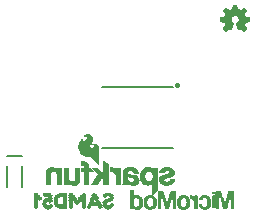
<source format=gbo>
G04 EAGLE Gerber RS-274X export*
G75*
%MOMM*%
%FSLAX34Y34*%
%LPD*%
%INSilkscreen Bottom*%
%IPPOS*%
%AMOC8*
5,1,8,0,0,1.08239X$1,22.5*%
G01*
%ADD10C,0.300000*%
%ADD11C,0.152400*%
%ADD12R,0.350000X0.050000*%
%ADD13R,0.050000X0.050000*%
%ADD14R,0.450000X0.050000*%
%ADD15R,0.550000X0.050000*%
%ADD16R,0.250000X0.050000*%
%ADD17R,0.300000X0.050000*%
%ADD18R,0.750000X0.050000*%
%ADD19R,0.700000X0.050000*%
%ADD20R,0.850000X0.050000*%
%ADD21R,0.800000X0.050000*%
%ADD22R,0.400000X0.050000*%
%ADD23R,0.900000X0.050000*%
%ADD24R,0.950000X0.050000*%
%ADD25R,0.500000X0.050000*%
%ADD26R,1.000000X0.050000*%
%ADD27R,1.050000X0.050000*%
%ADD28R,0.200000X0.050000*%
%ADD29R,0.600000X0.050000*%
%ADD30R,0.650000X0.050000*%
%ADD31R,1.450000X0.050000*%
%ADD32R,0.700000X0.060000*%
%ADD33R,0.350000X0.060000*%
%ADD34R,0.550000X0.060000*%
%ADD35R,0.300000X0.060000*%
%ADD36R,0.800000X0.060000*%
%ADD37R,1.100000X0.050000*%
%ADD38R,0.150000X0.050000*%
%ADD39R,1.200000X0.060000*%
%ADD40R,1.050000X0.060000*%
%ADD41R,0.250000X0.060000*%
%ADD42R,0.400000X0.060000*%
%ADD43R,1.200000X0.050000*%
%ADD44R,0.650000X0.060000*%
%ADD45R,0.100000X0.050000*%
%ADD46C,0.203200*%

G36*
X205728Y192088D02*
X205728Y192088D01*
X205794Y192093D01*
X205812Y192104D01*
X205833Y192109D01*
X205918Y192169D01*
X205942Y192183D01*
X205945Y192188D01*
X205950Y192192D01*
X208150Y194492D01*
X208158Y194505D01*
X208171Y194515D01*
X208202Y194579D01*
X208238Y194641D01*
X208239Y194657D01*
X208246Y194671D01*
X208245Y194742D01*
X208251Y194813D01*
X208245Y194828D01*
X208244Y194844D01*
X208187Y194969D01*
X208185Y194973D01*
X208185Y194974D01*
X206317Y197589D01*
X206319Y197600D01*
X206328Y197613D01*
X206339Y197671D01*
X206348Y197692D01*
X206348Y197714D01*
X206354Y197747D01*
X206355Y197752D01*
X206355Y197753D01*
X206355Y197754D01*
X206355Y197764D01*
X206388Y197829D01*
X206444Y197886D01*
X206455Y197904D01*
X206467Y197913D01*
X206475Y197932D01*
X206515Y197984D01*
X206588Y198129D01*
X206644Y198186D01*
X206684Y198250D01*
X206728Y198313D01*
X206730Y198325D01*
X206735Y198333D01*
X206739Y198368D01*
X206755Y198454D01*
X206755Y198503D01*
X206784Y198550D01*
X206828Y198613D01*
X206830Y198625D01*
X206835Y198633D01*
X206839Y198668D01*
X206855Y198754D01*
X206855Y198864D01*
X206888Y198929D01*
X206944Y198986D01*
X206984Y199050D01*
X207028Y199113D01*
X207030Y199125D01*
X207035Y199133D01*
X207039Y199168D01*
X207045Y199201D01*
X207048Y199209D01*
X207048Y199217D01*
X207055Y199254D01*
X207055Y199303D01*
X207084Y199350D01*
X207128Y199413D01*
X207130Y199425D01*
X207135Y199433D01*
X207139Y199468D01*
X207155Y199554D01*
X207155Y199664D01*
X207184Y199722D01*
X210440Y200280D01*
X210458Y200287D01*
X210477Y200288D01*
X210537Y200321D01*
X210599Y200347D01*
X210612Y200362D01*
X210629Y200371D01*
X210668Y200427D01*
X210712Y200478D01*
X210717Y200497D01*
X210728Y200513D01*
X210750Y200624D01*
X210755Y200646D01*
X210754Y200650D01*
X210755Y200654D01*
X210755Y203854D01*
X210751Y203873D01*
X210753Y203892D01*
X210742Y203926D01*
X210741Y203933D01*
X210736Y203943D01*
X210731Y203956D01*
X210716Y204022D01*
X210703Y204037D01*
X210697Y204055D01*
X210649Y204103D01*
X210606Y204156D01*
X210588Y204163D01*
X210574Y204177D01*
X210468Y204217D01*
X210448Y204226D01*
X210444Y204226D01*
X210440Y204228D01*
X207228Y204778D01*
X207217Y204817D01*
X207216Y204822D01*
X207215Y204823D01*
X207155Y204943D01*
X207155Y204954D01*
X207152Y204969D01*
X207154Y204985D01*
X207134Y205055D01*
X207134Y205070D01*
X207126Y205084D01*
X207117Y205117D01*
X207116Y205122D01*
X207115Y205123D01*
X207055Y205243D01*
X207055Y205254D01*
X207052Y205269D01*
X207054Y205285D01*
X207017Y205417D01*
X207016Y205422D01*
X207015Y205423D01*
X206855Y205743D01*
X206855Y205754D01*
X206852Y205769D01*
X206854Y205785D01*
X206817Y205917D01*
X206816Y205922D01*
X206815Y205923D01*
X206715Y206123D01*
X206692Y206151D01*
X206655Y206205D01*
X206655Y206254D01*
X206638Y206328D01*
X206624Y206403D01*
X206618Y206413D01*
X206616Y206422D01*
X206593Y206450D01*
X206544Y206522D01*
X206488Y206578D01*
X206415Y206723D01*
X206392Y206751D01*
X206355Y206805D01*
X206355Y206854D01*
X206338Y206928D01*
X206334Y206950D01*
X208188Y209638D01*
X208194Y209654D01*
X208206Y209667D01*
X208226Y209734D01*
X208251Y209799D01*
X208250Y209817D01*
X208255Y209833D01*
X208242Y209902D01*
X208236Y209972D01*
X208227Y209986D01*
X208224Y210003D01*
X208153Y210109D01*
X208146Y210120D01*
X208145Y210120D01*
X208144Y210122D01*
X205944Y212322D01*
X205930Y212331D01*
X205919Y212345D01*
X205857Y212376D01*
X205797Y212413D01*
X205780Y212415D01*
X205765Y212422D01*
X205695Y212423D01*
X205625Y212429D01*
X205609Y212423D01*
X205592Y212423D01*
X205474Y212372D01*
X205463Y212368D01*
X205462Y212367D01*
X205461Y212366D01*
X202762Y210504D01*
X202744Y210522D01*
X202679Y210562D01*
X202617Y210606D01*
X202605Y210608D01*
X202597Y210613D01*
X202562Y210616D01*
X202476Y210633D01*
X202426Y210633D01*
X202414Y210641D01*
X202346Y210693D01*
X202201Y210765D01*
X202144Y210822D01*
X202079Y210862D01*
X202017Y210906D01*
X202005Y210908D01*
X201997Y210913D01*
X201962Y210916D01*
X201876Y210933D01*
X201826Y210933D01*
X201814Y210941D01*
X201746Y210993D01*
X201546Y211093D01*
X201530Y211097D01*
X201517Y211106D01*
X201383Y211132D01*
X201377Y211133D01*
X201376Y211133D01*
X201366Y211133D01*
X201246Y211193D01*
X201230Y211197D01*
X201217Y211206D01*
X201083Y211232D01*
X201077Y211233D01*
X201076Y211233D01*
X201026Y211233D01*
X200979Y211262D01*
X200917Y211306D01*
X200905Y211308D01*
X200897Y211313D01*
X200862Y211316D01*
X200776Y211333D01*
X200666Y211333D01*
X200608Y211362D01*
X200050Y214618D01*
X200042Y214636D01*
X200041Y214655D01*
X200009Y214714D01*
X199982Y214777D01*
X199968Y214790D01*
X199958Y214807D01*
X199903Y214846D01*
X199851Y214890D01*
X199832Y214895D01*
X199817Y214906D01*
X199706Y214927D01*
X199684Y214933D01*
X199680Y214932D01*
X199676Y214933D01*
X196476Y214933D01*
X196457Y214929D01*
X196438Y214931D01*
X196374Y214909D01*
X196308Y214893D01*
X196293Y214881D01*
X196274Y214875D01*
X196227Y214827D01*
X196174Y214783D01*
X196166Y214766D01*
X196153Y214752D01*
X196113Y214646D01*
X196104Y214625D01*
X196104Y214622D01*
X196102Y214618D01*
X195552Y211406D01*
X195513Y211395D01*
X195508Y211393D01*
X195507Y211393D01*
X195506Y211393D01*
X195386Y211333D01*
X195376Y211333D01*
X195360Y211329D01*
X195344Y211332D01*
X195213Y211295D01*
X195208Y211293D01*
X195207Y211293D01*
X195206Y211293D01*
X195086Y211233D01*
X195076Y211233D01*
X195060Y211229D01*
X195044Y211232D01*
X194913Y211195D01*
X194908Y211193D01*
X194907Y211193D01*
X194906Y211193D01*
X194786Y211133D01*
X194676Y211133D01*
X194602Y211116D01*
X194526Y211102D01*
X194517Y211096D01*
X194508Y211093D01*
X194480Y211071D01*
X194408Y211022D01*
X194351Y210965D01*
X194286Y210933D01*
X194276Y210933D01*
X194260Y210929D01*
X194244Y210932D01*
X194113Y210895D01*
X194108Y210893D01*
X194107Y210893D01*
X194106Y210893D01*
X193906Y210793D01*
X193879Y210770D01*
X193808Y210722D01*
X193751Y210665D01*
X193686Y210633D01*
X193676Y210633D01*
X193660Y210629D01*
X193644Y210632D01*
X193513Y210595D01*
X193508Y210593D01*
X193507Y210593D01*
X193506Y210593D01*
X193365Y210522D01*
X190691Y212366D01*
X190679Y212371D01*
X190670Y212380D01*
X190599Y212402D01*
X190530Y212429D01*
X190517Y212428D01*
X190505Y212432D01*
X190432Y212420D01*
X190358Y212414D01*
X190347Y212407D01*
X190334Y212405D01*
X190214Y212328D01*
X187914Y210128D01*
X187900Y210106D01*
X187880Y210090D01*
X187853Y210034D01*
X187819Y209983D01*
X187816Y209957D01*
X187805Y209934D01*
X187806Y209872D01*
X187799Y209811D01*
X187808Y209787D01*
X187808Y209761D01*
X187846Y209681D01*
X187857Y209648D01*
X187864Y209642D01*
X187869Y209631D01*
X189804Y206958D01*
X189764Y206878D01*
X189708Y206822D01*
X189668Y206757D01*
X189624Y206694D01*
X189622Y206683D01*
X189617Y206675D01*
X189613Y206640D01*
X189597Y206554D01*
X189597Y206504D01*
X189589Y206491D01*
X189537Y206423D01*
X189464Y206278D01*
X189408Y206222D01*
X189368Y206157D01*
X189324Y206094D01*
X189322Y206083D01*
X189317Y206075D01*
X189313Y206040D01*
X189297Y205954D01*
X189297Y205904D01*
X189268Y205857D01*
X189224Y205794D01*
X189222Y205783D01*
X189217Y205775D01*
X189213Y205740D01*
X189197Y205654D01*
X189197Y205543D01*
X189164Y205478D01*
X189108Y205422D01*
X189068Y205357D01*
X189024Y205294D01*
X189022Y205283D01*
X189017Y205275D01*
X189013Y205240D01*
X188997Y205154D01*
X188997Y205104D01*
X188968Y205057D01*
X188924Y204994D01*
X188922Y204983D01*
X188917Y204975D01*
X188913Y204940D01*
X188897Y204854D01*
X188897Y204775D01*
X185614Y204228D01*
X185595Y204220D01*
X185575Y204219D01*
X185516Y204187D01*
X185454Y204161D01*
X185441Y204146D01*
X185423Y204136D01*
X185385Y204081D01*
X185341Y204031D01*
X185335Y204011D01*
X185324Y203994D01*
X185308Y203913D01*
X185304Y203903D01*
X185304Y203892D01*
X185303Y203888D01*
X185297Y203863D01*
X185298Y203859D01*
X185297Y203854D01*
X185297Y200654D01*
X185301Y200635D01*
X185299Y200616D01*
X185321Y200551D01*
X185336Y200485D01*
X185349Y200470D01*
X185355Y200452D01*
X185403Y200404D01*
X185446Y200352D01*
X185464Y200344D01*
X185478Y200330D01*
X185584Y200290D01*
X185604Y200281D01*
X185608Y200281D01*
X185612Y200280D01*
X188900Y199716D01*
X188935Y199591D01*
X188936Y199585D01*
X188937Y199585D01*
X188937Y199584D01*
X188997Y199464D01*
X188997Y199454D01*
X189000Y199438D01*
X188998Y199422D01*
X189035Y199291D01*
X189036Y199285D01*
X189037Y199285D01*
X189037Y199284D01*
X189097Y199164D01*
X189097Y199154D01*
X189100Y199138D01*
X189098Y199122D01*
X189135Y198991D01*
X189136Y198985D01*
X189137Y198985D01*
X189137Y198984D01*
X189297Y198664D01*
X189297Y198654D01*
X189300Y198638D01*
X189298Y198622D01*
X189335Y198491D01*
X189336Y198485D01*
X189337Y198485D01*
X189337Y198484D01*
X189437Y198284D01*
X189460Y198256D01*
X189508Y198186D01*
X189564Y198129D01*
X189597Y198064D01*
X189597Y198054D01*
X189600Y198038D01*
X189598Y198022D01*
X189635Y197891D01*
X189636Y197885D01*
X189637Y197885D01*
X189637Y197884D01*
X189737Y197684D01*
X189760Y197656D01*
X189808Y197586D01*
X189818Y197575D01*
X187873Y194981D01*
X187863Y194959D01*
X187846Y194940D01*
X187828Y194880D01*
X187803Y194823D01*
X187804Y194798D01*
X187797Y194774D01*
X187808Y194713D01*
X187811Y194650D01*
X187823Y194628D01*
X187828Y194604D01*
X187879Y194529D01*
X187895Y194499D01*
X187902Y194494D01*
X187908Y194486D01*
X190208Y192186D01*
X190222Y192177D01*
X190233Y192163D01*
X190295Y192131D01*
X190355Y192094D01*
X190372Y192093D01*
X190387Y192085D01*
X190458Y192085D01*
X190527Y192078D01*
X190543Y192084D01*
X190560Y192084D01*
X190678Y192136D01*
X190689Y192140D01*
X190690Y192141D01*
X190691Y192141D01*
X193390Y194003D01*
X193408Y193986D01*
X193473Y193945D01*
X193535Y193901D01*
X193547Y193899D01*
X193555Y193894D01*
X193590Y193891D01*
X193605Y193888D01*
X193608Y193886D01*
X193673Y193845D01*
X193735Y193801D01*
X193747Y193799D01*
X193755Y193794D01*
X193790Y193791D01*
X193876Y193774D01*
X193926Y193774D01*
X193973Y193745D01*
X194035Y193701D01*
X194047Y193699D01*
X194055Y193694D01*
X194090Y193691D01*
X194105Y193688D01*
X194108Y193686D01*
X194173Y193645D01*
X194235Y193601D01*
X194247Y193599D01*
X194255Y193594D01*
X194290Y193591D01*
X194305Y193588D01*
X194308Y193586D01*
X194373Y193545D01*
X194435Y193501D01*
X194447Y193499D01*
X194455Y193494D01*
X194490Y193491D01*
X194519Y193485D01*
X194546Y193452D01*
X194565Y193444D01*
X194580Y193429D01*
X194643Y193409D01*
X194704Y193381D01*
X194725Y193382D01*
X194744Y193376D01*
X194810Y193386D01*
X194877Y193388D01*
X194895Y193398D01*
X194915Y193401D01*
X194970Y193439D01*
X195029Y193471D01*
X195041Y193488D01*
X195057Y193500D01*
X195114Y193592D01*
X195128Y193613D01*
X195129Y193618D01*
X195132Y193622D01*
X197132Y199022D01*
X197136Y199053D01*
X197148Y199081D01*
X197146Y199137D01*
X197153Y199194D01*
X197143Y199223D01*
X197142Y199254D01*
X197115Y199304D01*
X197096Y199357D01*
X197074Y199379D01*
X197059Y199406D01*
X196999Y199452D01*
X196972Y199478D01*
X196959Y199482D01*
X196946Y199493D01*
X196401Y199765D01*
X196244Y199922D01*
X196214Y199941D01*
X196146Y199993D01*
X196001Y200065D01*
X195688Y200378D01*
X195615Y200523D01*
X195592Y200551D01*
X195544Y200622D01*
X195388Y200778D01*
X195327Y200899D01*
X195236Y201174D01*
X195224Y201193D01*
X195215Y201223D01*
X195155Y201343D01*
X195155Y201454D01*
X195147Y201489D01*
X195136Y201574D01*
X195055Y201815D01*
X195055Y202592D01*
X195136Y202834D01*
X195139Y202870D01*
X195155Y202954D01*
X195155Y203139D01*
X195292Y203343D01*
X195305Y203378D01*
X195336Y203434D01*
X195420Y203686D01*
X195771Y204212D01*
X196118Y204559D01*
X196644Y204910D01*
X196896Y204994D01*
X196914Y205005D01*
X196928Y205008D01*
X196941Y205019D01*
X196986Y205038D01*
X197191Y205174D01*
X197376Y205174D01*
X197411Y205183D01*
X197496Y205194D01*
X197738Y205274D01*
X198329Y205274D01*
X198684Y205186D01*
X198720Y205185D01*
X198776Y205174D01*
X198961Y205174D01*
X199166Y205038D01*
X199201Y205025D01*
X199250Y204997D01*
X199252Y204996D01*
X199253Y204996D01*
X199256Y204994D01*
X199508Y204910D01*
X199735Y204759D01*
X199908Y204586D01*
X199934Y204569D01*
X199966Y204538D01*
X200235Y204359D01*
X200381Y204212D01*
X200732Y203686D01*
X201097Y202592D01*
X201097Y202115D01*
X201016Y201874D01*
X201013Y201838D01*
X200997Y201754D01*
X200997Y201543D01*
X200837Y201223D01*
X200831Y201201D01*
X200816Y201174D01*
X200725Y200899D01*
X200564Y200578D01*
X200408Y200422D01*
X200389Y200391D01*
X200337Y200323D01*
X200264Y200178D01*
X200151Y200065D01*
X200006Y199993D01*
X199979Y199970D01*
X199908Y199922D01*
X199751Y199765D01*
X199430Y199605D01*
X199156Y199513D01*
X199107Y199483D01*
X199054Y199461D01*
X199034Y199439D01*
X199009Y199423D01*
X198978Y199374D01*
X198941Y199331D01*
X198933Y199302D01*
X198917Y199276D01*
X198911Y199219D01*
X198897Y199163D01*
X198903Y199129D01*
X198900Y199104D01*
X198912Y199072D01*
X198920Y199022D01*
X200920Y193622D01*
X200946Y193584D01*
X200962Y193541D01*
X200993Y193513D01*
X201016Y193478D01*
X201056Y193455D01*
X201089Y193424D01*
X201129Y193412D01*
X201166Y193391D01*
X201211Y193388D01*
X201255Y193375D01*
X201296Y193382D01*
X201338Y193380D01*
X201381Y193397D01*
X201426Y193405D01*
X201467Y193433D01*
X201498Y193446D01*
X201515Y193466D01*
X201528Y193474D01*
X201576Y193474D01*
X201650Y193492D01*
X201726Y193505D01*
X201735Y193512D01*
X201744Y193514D01*
X201772Y193537D01*
X201844Y193586D01*
X201851Y193592D01*
X201926Y193605D01*
X201935Y193612D01*
X201944Y193614D01*
X201972Y193637D01*
X202044Y193686D01*
X202051Y193692D01*
X202126Y193705D01*
X202135Y193712D01*
X202144Y193714D01*
X202172Y193737D01*
X202244Y193786D01*
X202251Y193792D01*
X202326Y193805D01*
X202335Y193812D01*
X202344Y193814D01*
X202372Y193837D01*
X202444Y193886D01*
X202451Y193892D01*
X202526Y193905D01*
X202535Y193912D01*
X202544Y193914D01*
X202572Y193937D01*
X202644Y193986D01*
X202651Y193992D01*
X202726Y194005D01*
X202735Y194012D01*
X202744Y194014D01*
X202745Y194014D01*
X205461Y192141D01*
X205481Y192134D01*
X205497Y192120D01*
X205560Y192102D01*
X205622Y192078D01*
X205643Y192080D01*
X205664Y192075D01*
X205728Y192088D01*
G37*
G36*
X82742Y79261D02*
X82742Y79261D01*
X82793Y79263D01*
X82825Y79281D01*
X82861Y79289D01*
X82900Y79322D01*
X82945Y79346D01*
X82966Y79376D01*
X82994Y79399D01*
X83015Y79446D01*
X83045Y79488D01*
X83053Y79530D01*
X83065Y79558D01*
X83064Y79588D01*
X83072Y79630D01*
X83072Y92430D01*
X83068Y92448D01*
X83070Y92472D01*
X82870Y94272D01*
X82859Y94303D01*
X82853Y94350D01*
X82653Y94950D01*
X82640Y94970D01*
X82632Y95000D01*
X82332Y95600D01*
X82324Y95610D01*
X82318Y95626D01*
X82018Y96126D01*
X82004Y96140D01*
X81995Y96159D01*
X81918Y96229D01*
X81897Y96250D01*
X81892Y96252D01*
X81888Y96256D01*
X81404Y96546D01*
X81020Y96834D01*
X80985Y96849D01*
X80933Y96883D01*
X79933Y97283D01*
X79900Y97288D01*
X79855Y97305D01*
X79255Y97405D01*
X79228Y97403D01*
X79192Y97410D01*
X78392Y97410D01*
X78356Y97402D01*
X78300Y97399D01*
X77945Y97310D01*
X77792Y97310D01*
X77777Y97307D01*
X77762Y97309D01*
X77630Y97272D01*
X77623Y97271D01*
X77623Y97270D01*
X77622Y97270D01*
X77422Y97170D01*
X77403Y97154D01*
X77379Y97145D01*
X77337Y97099D01*
X77289Y97059D01*
X77279Y97037D01*
X77262Y97018D01*
X77244Y96958D01*
X77218Y96901D01*
X77220Y96876D01*
X77212Y96852D01*
X77223Y96790D01*
X77226Y96728D01*
X77238Y96706D01*
X77242Y96681D01*
X77291Y96608D01*
X77309Y96576D01*
X77317Y96571D01*
X77323Y96561D01*
X77423Y96461D01*
X77455Y96441D01*
X77522Y96390D01*
X77922Y96190D01*
X77945Y96184D01*
X77972Y96169D01*
X78187Y96098D01*
X78497Y95788D01*
X78647Y95562D01*
X78712Y95368D01*
X78712Y95192D01*
X78640Y94976D01*
X78480Y94655D01*
X78250Y94426D01*
X78014Y94268D01*
X77583Y94096D01*
X77154Y94010D01*
X76439Y94010D01*
X75748Y94183D01*
X75252Y94514D01*
X74931Y94915D01*
X74772Y95392D01*
X74772Y95952D01*
X75018Y96525D01*
X75678Y97279D01*
X76476Y98177D01*
X76477Y98179D01*
X76478Y98180D01*
X77178Y98980D01*
X77194Y99009D01*
X77224Y99045D01*
X77724Y99945D01*
X77735Y99983D01*
X77763Y100048D01*
X77963Y100948D01*
X77963Y100981D01*
X77972Y101030D01*
X77972Y101830D01*
X77964Y101867D01*
X77953Y101950D01*
X77653Y102850D01*
X77632Y102884D01*
X77601Y102951D01*
X77101Y103651D01*
X77075Y103674D01*
X77045Y103714D01*
X76145Y104514D01*
X76114Y104531D01*
X76074Y104564D01*
X74974Y105164D01*
X74938Y105174D01*
X74860Y105204D01*
X73760Y105404D01*
X73731Y105403D01*
X73692Y105410D01*
X72692Y105410D01*
X72655Y105402D01*
X72572Y105391D01*
X71672Y105091D01*
X71666Y105087D01*
X71659Y105086D01*
X70859Y104786D01*
X70844Y104776D01*
X70822Y104770D01*
X70656Y104687D01*
X70222Y104470D01*
X70200Y104452D01*
X70164Y104434D01*
X69764Y104134D01*
X69749Y104116D01*
X69723Y104099D01*
X69623Y103999D01*
X69610Y103977D01*
X69590Y103961D01*
X69564Y103904D01*
X69532Y103852D01*
X69529Y103826D01*
X69519Y103802D01*
X69521Y103741D01*
X69515Y103679D01*
X69524Y103655D01*
X69525Y103629D01*
X69555Y103575D01*
X69577Y103517D01*
X69596Y103500D01*
X69608Y103477D01*
X69659Y103442D01*
X69704Y103400D01*
X69729Y103392D01*
X69750Y103377D01*
X69834Y103361D01*
X69870Y103350D01*
X69880Y103352D01*
X69892Y103350D01*
X70192Y103350D01*
X70229Y103358D01*
X70312Y103369D01*
X70554Y103450D01*
X70745Y103450D01*
X71100Y103361D01*
X71108Y103361D01*
X71117Y103357D01*
X71568Y103267D01*
X71891Y103105D01*
X72212Y102865D01*
X72347Y102662D01*
X72431Y102410D01*
X72444Y102390D01*
X72452Y102360D01*
X72540Y102184D01*
X72591Y102030D01*
X72531Y101850D01*
X72530Y101837D01*
X72523Y101822D01*
X72439Y101486D01*
X72276Y101241D01*
X72268Y101221D01*
X72252Y101200D01*
X72080Y100855D01*
X71850Y100626D01*
X71581Y100446D01*
X71574Y100439D01*
X71564Y100434D01*
X71172Y100141D01*
X70901Y99960D01*
X70469Y99744D01*
X70202Y99610D01*
X69654Y99610D01*
X69461Y99675D01*
X69312Y99774D01*
X69172Y100192D01*
X69172Y100930D01*
X69160Y100980D01*
X69160Y101001D01*
X69159Y101025D01*
X69158Y101032D01*
X69141Y101064D01*
X69133Y101099D01*
X69100Y101139D01*
X69075Y101184D01*
X69045Y101205D01*
X69023Y101232D01*
X68975Y101254D01*
X68933Y101283D01*
X68897Y101289D01*
X68864Y101303D01*
X68813Y101301D01*
X68762Y101309D01*
X68721Y101298D01*
X68691Y101297D01*
X68664Y101282D01*
X68622Y101270D01*
X68611Y101265D01*
X67851Y100885D01*
X67822Y100870D01*
X67818Y100867D01*
X67708Y100783D01*
X66908Y99883D01*
X66893Y99855D01*
X66864Y99822D01*
X66164Y98622D01*
X66155Y98593D01*
X66134Y98558D01*
X65634Y97158D01*
X65631Y97132D01*
X65618Y97100D01*
X65318Y95500D01*
X65320Y95464D01*
X65312Y95409D01*
X65412Y93609D01*
X65422Y93577D01*
X65426Y93528D01*
X65926Y91728D01*
X65943Y91697D01*
X65960Y91645D01*
X66960Y89845D01*
X66977Y89827D01*
X66992Y89797D01*
X67692Y88897D01*
X67699Y88891D01*
X67703Y88883D01*
X67713Y88877D01*
X67723Y88861D01*
X68523Y88061D01*
X68533Y88055D01*
X68542Y88044D01*
X69342Y87344D01*
X69367Y87330D01*
X69396Y87304D01*
X70396Y86704D01*
X70421Y86696D01*
X70451Y86677D01*
X71451Y86277D01*
X71470Y86274D01*
X71492Y86263D01*
X72592Y85963D01*
X72609Y85963D01*
X72630Y85955D01*
X73830Y85755D01*
X73856Y85757D01*
X73892Y85750D01*
X75761Y85750D01*
X76258Y85667D01*
X76674Y85417D01*
X77624Y84657D01*
X78100Y84087D01*
X78112Y84077D01*
X78123Y84061D01*
X79401Y82783D01*
X79883Y82109D01*
X79903Y82091D01*
X79923Y82061D01*
X80511Y81473D01*
X81000Y80887D01*
X81012Y80877D01*
X81023Y80861D01*
X81504Y80380D01*
X81788Y80002D01*
X81806Y79987D01*
X81823Y79961D01*
X82097Y79688D01*
X82276Y79419D01*
X82295Y79401D01*
X82308Y79377D01*
X82358Y79342D01*
X82402Y79301D01*
X82428Y79293D01*
X82450Y79277D01*
X82531Y79262D01*
X82568Y79251D01*
X82579Y79252D01*
X82592Y79250D01*
X82692Y79250D01*
X82742Y79261D01*
G37*
G36*
X128431Y53761D02*
X128431Y53761D01*
X128493Y53763D01*
X128515Y53776D01*
X128541Y53780D01*
X128612Y53828D01*
X128645Y53846D01*
X128651Y53854D01*
X128661Y53861D01*
X129546Y54746D01*
X131030Y55933D01*
X131041Y55948D01*
X131061Y55961D01*
X131946Y56846D01*
X132430Y57233D01*
X132436Y57241D01*
X132445Y57246D01*
X132489Y57309D01*
X132537Y57369D01*
X132539Y57379D01*
X132545Y57388D01*
X132560Y57469D01*
X132565Y57480D01*
X132565Y57492D01*
X132572Y57530D01*
X132572Y76030D01*
X132571Y76034D01*
X132572Y76039D01*
X132552Y76119D01*
X132533Y76199D01*
X132530Y76202D01*
X132529Y76207D01*
X132475Y76269D01*
X132423Y76332D01*
X132418Y76334D01*
X132416Y76338D01*
X132284Y76399D01*
X131884Y76499D01*
X131876Y76499D01*
X131867Y76503D01*
X131367Y76603D01*
X131335Y76602D01*
X131292Y76610D01*
X130839Y76610D01*
X130484Y76699D01*
X130476Y76699D01*
X130467Y76703D01*
X129975Y76801D01*
X129584Y76899D01*
X129576Y76899D01*
X129567Y76903D01*
X128567Y77103D01*
X128565Y77103D01*
X128564Y77103D01*
X128480Y77100D01*
X128393Y77097D01*
X128392Y77097D01*
X128391Y77097D01*
X128317Y77056D01*
X128241Y77015D01*
X128240Y77014D01*
X128239Y77014D01*
X128191Y76945D01*
X128140Y76874D01*
X128140Y76873D01*
X128139Y76872D01*
X128112Y76730D01*
X128112Y75948D01*
X127961Y76099D01*
X127945Y76109D01*
X127930Y76127D01*
X127430Y76527D01*
X127409Y76537D01*
X127388Y76556D01*
X126388Y77156D01*
X126375Y77160D01*
X126255Y77205D01*
X125055Y77405D01*
X125028Y77403D01*
X124992Y77410D01*
X124292Y77410D01*
X124281Y77408D01*
X124267Y77409D01*
X122767Y77309D01*
X122730Y77298D01*
X122664Y77288D01*
X121264Y76788D01*
X121235Y76769D01*
X121188Y76751D01*
X120088Y76051D01*
X120061Y76023D01*
X120009Y75984D01*
X119109Y74984D01*
X119096Y74961D01*
X119071Y74934D01*
X118371Y73834D01*
X118359Y73798D01*
X118329Y73742D01*
X117929Y72442D01*
X117928Y72427D01*
X117920Y72410D01*
X117620Y71010D01*
X117621Y70986D01*
X117613Y70955D01*
X117513Y69455D01*
X117516Y69433D01*
X117513Y69403D01*
X117613Y68003D01*
X117620Y67979D01*
X117622Y67945D01*
X117922Y66645D01*
X117934Y66620D01*
X117941Y66584D01*
X118441Y65384D01*
X118451Y65369D01*
X118458Y65348D01*
X119058Y64248D01*
X119084Y64219D01*
X119123Y64161D01*
X120023Y63261D01*
X120045Y63248D01*
X120068Y63222D01*
X121168Y62422D01*
X121204Y62407D01*
X121272Y62369D01*
X122472Y61969D01*
X122502Y61966D01*
X122542Y61953D01*
X124042Y61753D01*
X124081Y61757D01*
X124155Y61755D01*
X125955Y62055D01*
X125991Y62070D01*
X126062Y62090D01*
X126192Y62155D01*
X126662Y62390D01*
X126672Y62398D01*
X126688Y62404D01*
X127688Y63004D01*
X127708Y63024D01*
X127789Y63092D01*
X128012Y63371D01*
X128012Y54130D01*
X128018Y54105D01*
X128015Y54079D01*
X128037Y54022D01*
X128051Y53961D01*
X128068Y53941D01*
X128077Y53917D01*
X128122Y53875D01*
X128161Y53828D01*
X128185Y53817D01*
X128204Y53800D01*
X128263Y53782D01*
X128320Y53757D01*
X128345Y53758D01*
X128370Y53750D01*
X128431Y53761D01*
G37*
G36*
X184097Y41629D02*
X184097Y41629D01*
X184105Y41625D01*
X184577Y41815D01*
X184594Y41843D01*
X184606Y41849D01*
X184729Y42349D01*
X184726Y42357D01*
X184731Y42361D01*
X184707Y50490D01*
X184709Y50491D01*
X184682Y52602D01*
X184630Y54714D01*
X184648Y54970D01*
X184741Y54734D01*
X185102Y53193D01*
X185102Y53192D01*
X185833Y50289D01*
X185831Y50287D01*
X186965Y46187D01*
X186966Y46187D01*
X186965Y46186D01*
X188170Y42106D01*
X188181Y42099D01*
X188178Y42090D01*
X188493Y41684D01*
X188520Y41677D01*
X188528Y41665D01*
X189053Y41622D01*
X189056Y41624D01*
X189057Y41622D01*
X190652Y41622D01*
X190663Y41629D01*
X190670Y41625D01*
X191147Y41808D01*
X191162Y41832D01*
X191176Y41836D01*
X191363Y42327D01*
X191362Y42331D01*
X191365Y42332D01*
X191637Y43360D01*
X192429Y46451D01*
X193319Y50065D01*
X193466Y50650D01*
X193465Y50651D01*
X193466Y50652D01*
X193464Y50654D01*
X193461Y50662D01*
X193461Y50663D01*
X193472Y50688D01*
X193484Y50694D01*
X194085Y53279D01*
X194084Y53279D01*
X194085Y53280D01*
X194422Y54829D01*
X194518Y55005D01*
X194466Y54165D01*
X194467Y54165D01*
X194466Y54164D01*
X194401Y52573D01*
X194356Y50981D01*
X194339Y50283D01*
X194348Y50271D01*
X194340Y50265D01*
X194315Y48170D01*
X194315Y48169D01*
X194313Y42406D01*
X194317Y42400D01*
X194314Y42397D01*
X194408Y41892D01*
X194431Y41870D01*
X194434Y41857D01*
X194881Y41628D01*
X194897Y41631D01*
X194904Y41623D01*
X196476Y41623D01*
X196478Y41625D01*
X196480Y41623D01*
X196998Y41665D01*
X197019Y41684D01*
X197033Y41684D01*
X197343Y42077D01*
X197343Y42096D01*
X197352Y42102D01*
X197350Y42105D01*
X197354Y42108D01*
X197360Y50491D01*
X197357Y50494D01*
X197360Y56633D01*
X197357Y56637D01*
X197360Y56640D01*
X197291Y57158D01*
X197268Y57181D01*
X197267Y57194D01*
X196829Y57450D01*
X196811Y57448D01*
X196804Y57457D01*
X193088Y57460D01*
X193081Y57455D01*
X193077Y57459D01*
X192577Y57335D01*
X192558Y57312D01*
X192544Y57309D01*
X192311Y56843D01*
X192313Y56837D01*
X192308Y56835D01*
X192008Y55817D01*
X192007Y55816D01*
X191951Y55614D01*
X191593Y54334D01*
X191441Y53792D01*
X191293Y53260D01*
X191292Y53260D01*
X191264Y53152D01*
X191213Y52955D01*
X191212Y52955D01*
X191174Y52807D01*
X191135Y52659D01*
X191096Y52512D01*
X191058Y52364D01*
X191057Y52364D01*
X191058Y52364D01*
X191006Y52167D01*
X190967Y52019D01*
X190928Y51871D01*
X190890Y51724D01*
X190838Y51527D01*
X190799Y51379D01*
X190760Y51231D01*
X190722Y51083D01*
X190670Y50886D01*
X190631Y50739D01*
X190593Y50591D01*
X190580Y50545D01*
X190587Y50527D01*
X190564Y50507D01*
X190558Y50505D01*
X190405Y49996D01*
X190406Y49994D01*
X190405Y49993D01*
X190152Y48960D01*
X189505Y46109D01*
X189332Y46929D01*
X189331Y46930D01*
X189331Y46931D01*
X189072Y47963D01*
X189072Y47964D01*
X188503Y50013D01*
X188501Y50015D01*
X188502Y50016D01*
X188337Y50505D01*
X188314Y50521D01*
X188326Y50530D01*
X188317Y50541D01*
X188326Y50551D01*
X188226Y51061D01*
X188226Y51062D01*
X188226Y51063D01*
X188125Y51526D01*
X188123Y51528D01*
X188124Y51530D01*
X187356Y54059D01*
X187355Y54059D01*
X186408Y57086D01*
X186397Y57094D01*
X186399Y57103D01*
X186071Y57495D01*
X186044Y57501D01*
X186037Y57512D01*
X185513Y57548D01*
X185511Y57547D01*
X185510Y57549D01*
X182338Y57549D01*
X182332Y57544D01*
X182329Y57548D01*
X181820Y57454D01*
X181798Y57430D01*
X181785Y57427D01*
X181563Y56978D01*
X181275Y56643D01*
X179183Y56642D01*
X179172Y56633D01*
X179164Y56638D01*
X178688Y56441D01*
X178674Y56418D01*
X178661Y56415D01*
X178462Y55939D01*
X178465Y55925D01*
X178458Y55919D01*
X178480Y54864D01*
X178493Y54847D01*
X178489Y54835D01*
X178797Y54423D01*
X178821Y54416D01*
X178827Y54404D01*
X179339Y54308D01*
X179344Y54311D01*
X179345Y54311D01*
X179348Y54307D01*
X180931Y54307D01*
X181416Y54261D01*
X181551Y53837D01*
X181334Y53463D01*
X179249Y53453D01*
X179240Y53446D01*
X179234Y53451D01*
X178741Y53298D01*
X178725Y53276D01*
X178712Y53274D01*
X178469Y52820D01*
X178472Y52803D01*
X178463Y52797D01*
X178459Y50512D01*
X178463Y50507D01*
X178458Y50504D01*
X178461Y50501D01*
X178458Y50499D01*
X178461Y50495D01*
X178457Y50492D01*
X178443Y49964D01*
X178444Y49963D01*
X178443Y49963D01*
X178443Y43613D01*
X178445Y43610D01*
X178443Y43608D01*
X178494Y43086D01*
X178510Y43069D01*
X178508Y43056D01*
X178870Y42690D01*
X178894Y42686D01*
X178900Y42675D01*
X179423Y42621D01*
X179426Y42623D01*
X179428Y42621D01*
X181009Y42621D01*
X181466Y42513D01*
X181562Y42038D01*
X181578Y42024D01*
X181576Y42012D01*
X181937Y41656D01*
X181962Y41653D01*
X181970Y41642D01*
X182497Y41621D01*
X182498Y41622D01*
X182499Y41621D01*
X184086Y41621D01*
X184097Y41629D01*
G37*
G36*
X112422Y61757D02*
X112422Y61757D01*
X112467Y61757D01*
X112930Y61850D01*
X113392Y61850D01*
X113428Y61858D01*
X113484Y61861D01*
X113884Y61961D01*
X113904Y61971D01*
X113933Y61977D01*
X114433Y62177D01*
X114445Y62185D01*
X114462Y62190D01*
X114862Y62390D01*
X114878Y62403D01*
X114903Y62414D01*
X115183Y62601D01*
X115562Y62790D01*
X115591Y62814D01*
X115661Y62861D01*
X115961Y63161D01*
X115977Y63188D01*
X116008Y63219D01*
X116203Y63510D01*
X116496Y63902D01*
X116500Y63911D01*
X116508Y63919D01*
X116708Y64219D01*
X116709Y64220D01*
X116710Y64221D01*
X116765Y64355D01*
X116855Y64806D01*
X117032Y65160D01*
X117036Y65175D01*
X117045Y65188D01*
X117071Y65322D01*
X117072Y65329D01*
X117072Y65330D01*
X117072Y65792D01*
X117165Y66255D01*
X117165Y66265D01*
X117166Y66398D01*
X116966Y67498D01*
X116957Y67520D01*
X116953Y67550D01*
X116653Y68450D01*
X116636Y68477D01*
X116622Y68519D01*
X116222Y69219D01*
X116199Y69243D01*
X116139Y69319D01*
X115439Y69919D01*
X115413Y69933D01*
X115381Y69960D01*
X114681Y70360D01*
X114655Y70368D01*
X114626Y70386D01*
X113826Y70686D01*
X113807Y70689D01*
X113784Y70699D01*
X112984Y70899D01*
X112962Y70899D01*
X112934Y70908D01*
X112034Y71008D01*
X110240Y71207D01*
X109571Y71303D01*
X108905Y71493D01*
X108352Y71678D01*
X107952Y71918D01*
X107772Y72157D01*
X107772Y73040D01*
X108005Y73505D01*
X108061Y73561D01*
X108081Y73593D01*
X108132Y73660D01*
X108175Y73747D01*
X108582Y73950D01*
X108692Y73950D01*
X108707Y73953D01*
X108722Y73951D01*
X108854Y73988D01*
X108861Y73989D01*
X108861Y73990D01*
X108862Y73990D01*
X108982Y74050D01*
X110602Y74050D01*
X111467Y73618D01*
X111780Y73305D01*
X111840Y73184D01*
X111931Y72910D01*
X111944Y72890D01*
X111952Y72860D01*
X112012Y72740D01*
X112012Y72330D01*
X112023Y72280D01*
X112025Y72229D01*
X112043Y72197D01*
X112051Y72161D01*
X112084Y72122D01*
X112108Y72077D01*
X112138Y72056D01*
X112161Y72028D01*
X112208Y72007D01*
X112250Y71977D01*
X112292Y71969D01*
X112320Y71957D01*
X112350Y71958D01*
X112392Y71950D01*
X116292Y71950D01*
X116372Y71968D01*
X116452Y71985D01*
X116456Y71988D01*
X116461Y71989D01*
X116524Y72042D01*
X116588Y72092D01*
X116590Y72096D01*
X116594Y72099D01*
X116628Y72174D01*
X116663Y72248D01*
X116663Y72253D01*
X116665Y72258D01*
X116664Y72285D01*
X116667Y72393D01*
X116467Y73593D01*
X116457Y73616D01*
X116457Y73618D01*
X116456Y73638D01*
X116454Y73643D01*
X116453Y73650D01*
X116253Y74250D01*
X116233Y74282D01*
X116196Y74358D01*
X115908Y74742D01*
X115618Y75226D01*
X115606Y75238D01*
X115596Y75258D01*
X115296Y75658D01*
X115271Y75679D01*
X115264Y75692D01*
X115249Y75703D01*
X115220Y75734D01*
X114820Y76034D01*
X114804Y76041D01*
X114788Y76056D01*
X113788Y76656D01*
X113763Y76664D01*
X113733Y76683D01*
X113233Y76883D01*
X113204Y76887D01*
X113167Y76903D01*
X112690Y76998D01*
X112112Y77191D01*
X112087Y77193D01*
X112055Y77205D01*
X111461Y77304D01*
X110967Y77403D01*
X110935Y77402D01*
X110892Y77410D01*
X108592Y77410D01*
X108562Y77403D01*
X108517Y77403D01*
X108054Y77310D01*
X107492Y77310D01*
X107462Y77303D01*
X107417Y77303D01*
X106917Y77203D01*
X106891Y77191D01*
X106851Y77183D01*
X106383Y76996D01*
X105917Y76903D01*
X105891Y76891D01*
X105851Y76883D01*
X105351Y76683D01*
X105320Y76661D01*
X105264Y76634D01*
X104064Y75734D01*
X104039Y75704D01*
X103988Y75658D01*
X103688Y75258D01*
X103676Y75232D01*
X103652Y75200D01*
X103452Y74800D01*
X103449Y74786D01*
X103439Y74771D01*
X103239Y74271D01*
X103235Y74242D01*
X103219Y74205D01*
X103119Y73705D01*
X103120Y73673D01*
X103112Y73630D01*
X103112Y65020D01*
X103052Y64900D01*
X103048Y64885D01*
X103039Y64872D01*
X103013Y64738D01*
X103012Y64732D01*
X103012Y64731D01*
X103012Y64730D01*
X103012Y63920D01*
X102952Y63800D01*
X102948Y63785D01*
X102939Y63772D01*
X102930Y63726D01*
X102929Y63723D01*
X102929Y63721D01*
X102913Y63638D01*
X102912Y63632D01*
X102912Y63631D01*
X102912Y63630D01*
X102912Y63520D01*
X102852Y63400D01*
X102848Y63385D01*
X102839Y63372D01*
X102813Y63238D01*
X102812Y63232D01*
X102812Y63231D01*
X102812Y63230D01*
X102812Y63020D01*
X102780Y62955D01*
X102723Y62899D01*
X102683Y62834D01*
X102639Y62772D01*
X102637Y62760D01*
X102632Y62752D01*
X102628Y62715D01*
X102612Y62630D01*
X102612Y62530D01*
X102623Y62480D01*
X102625Y62429D01*
X102643Y62397D01*
X102651Y62361D01*
X102684Y62322D01*
X102708Y62277D01*
X102738Y62256D01*
X102761Y62228D01*
X102808Y62207D01*
X102850Y62177D01*
X102892Y62169D01*
X102920Y62157D01*
X102950Y62158D01*
X102992Y62150D01*
X106892Y62150D01*
X106942Y62161D01*
X106993Y62163D01*
X107025Y62181D01*
X107061Y62189D01*
X107100Y62222D01*
X107145Y62246D01*
X107166Y62276D01*
X107194Y62299D01*
X107215Y62346D01*
X107245Y62388D01*
X107253Y62430D01*
X107265Y62458D01*
X107265Y62468D01*
X107301Y62526D01*
X107345Y62588D01*
X107347Y62600D01*
X107352Y62608D01*
X107356Y62645D01*
X107358Y62659D01*
X107361Y62661D01*
X107401Y62726D01*
X107445Y62788D01*
X107447Y62800D01*
X107452Y62808D01*
X107456Y62845D01*
X107472Y62930D01*
X107472Y63079D01*
X107485Y63100D01*
X107623Y62961D01*
X107650Y62945D01*
X107681Y62914D01*
X107981Y62714D01*
X108017Y62700D01*
X108072Y62669D01*
X108324Y62585D01*
X108581Y62414D01*
X108617Y62400D01*
X108672Y62369D01*
X109872Y61969D01*
X109909Y61966D01*
X109992Y61950D01*
X110230Y61950D01*
X110472Y61869D01*
X110509Y61866D01*
X110592Y61850D01*
X110930Y61850D01*
X111172Y61769D01*
X111209Y61766D01*
X111292Y61750D01*
X112392Y61750D01*
X112422Y61757D01*
G37*
G36*
X147384Y41623D02*
X147384Y41623D01*
X147387Y41621D01*
X147906Y41680D01*
X147928Y41701D01*
X147942Y41701D01*
X148226Y42121D01*
X148225Y42142D01*
X148234Y42149D01*
X148257Y49912D01*
X148256Y49914D01*
X148257Y49915D01*
X148252Y49918D01*
X148247Y49926D01*
X148251Y49932D01*
X148253Y49934D01*
X148253Y56771D01*
X148247Y56780D01*
X148251Y56786D01*
X148100Y57272D01*
X148073Y57292D01*
X148068Y57304D01*
X147585Y57460D01*
X147575Y57456D01*
X147570Y57463D01*
X143889Y57463D01*
X143879Y57455D01*
X143873Y57460D01*
X143394Y57296D01*
X143378Y57272D01*
X143365Y57269D01*
X143158Y56793D01*
X143159Y56789D01*
X143156Y56788D01*
X142714Y55273D01*
X142714Y55272D01*
X142713Y55272D01*
X142667Y55104D01*
X142613Y54907D01*
X142599Y54858D01*
X142545Y54661D01*
X142531Y54612D01*
X142490Y54464D01*
X142477Y54415D01*
X142423Y54218D01*
X142409Y54169D01*
X142368Y54021D01*
X142355Y53972D01*
X142300Y53775D01*
X142287Y53725D01*
X142232Y53528D01*
X142219Y53479D01*
X142178Y53331D01*
X142164Y53282D01*
X142110Y53085D01*
X142096Y53036D01*
X142056Y52888D01*
X142042Y52839D01*
X142014Y52737D01*
X142014Y52736D01*
X141262Y49789D01*
X141250Y49779D01*
X141247Y49778D01*
X140756Y47719D01*
X140757Y47718D01*
X140756Y47718D01*
X140429Y46185D01*
X140394Y46161D01*
X140302Y46606D01*
X140301Y46607D01*
X140301Y46608D01*
X140052Y47636D01*
X140051Y47637D01*
X140052Y47638D01*
X139426Y49945D01*
X139421Y49949D01*
X138529Y52947D01*
X138529Y52948D01*
X137272Y56986D01*
X137261Y56994D01*
X137263Y57003D01*
X136941Y57400D01*
X136914Y57406D01*
X136906Y57418D01*
X136383Y57457D01*
X136381Y57455D01*
X136379Y57457D01*
X133207Y57458D01*
X133201Y57453D01*
X133197Y57457D01*
X132690Y57356D01*
X132668Y57332D01*
X132655Y57329D01*
X132436Y56873D01*
X132439Y56858D01*
X132431Y56852D01*
X132419Y49807D01*
X132418Y49806D01*
X132410Y42475D01*
X132412Y42472D01*
X132410Y42470D01*
X132465Y41955D01*
X132485Y41933D01*
X132486Y41920D01*
X132899Y41635D01*
X132920Y41636D01*
X132927Y41626D01*
X135021Y41622D01*
X135035Y41632D01*
X135044Y41628D01*
X135489Y41862D01*
X135502Y41891D01*
X135514Y41897D01*
X135604Y42403D01*
X135601Y42409D01*
X135605Y42411D01*
X135596Y49731D01*
X135597Y49733D01*
X135562Y52884D01*
X135561Y52885D01*
X135562Y52885D01*
X135506Y54940D01*
X135582Y54929D01*
X136185Y52389D01*
X136186Y52389D01*
X136185Y52388D01*
X136853Y49830D01*
X136863Y49823D01*
X136858Y49819D01*
X136863Y49813D01*
X136860Y49810D01*
X136865Y49804D01*
X136858Y49794D01*
X137112Y48767D01*
X137113Y48766D01*
X137112Y48766D01*
X137680Y46727D01*
X137681Y46727D01*
X137681Y46726D01*
X139023Y42157D01*
X139032Y42151D01*
X139029Y42144D01*
X139310Y41715D01*
X139338Y41705D01*
X139345Y41693D01*
X139861Y41622D01*
X139865Y41625D01*
X139867Y41622D01*
X141455Y41622D01*
X141462Y41627D01*
X141468Y41623D01*
X141963Y41757D01*
X141981Y41781D01*
X141995Y41784D01*
X142215Y42253D01*
X142213Y42260D01*
X142218Y42262D01*
X142701Y44120D01*
X142830Y44613D01*
X142958Y45105D01*
X143017Y45334D01*
X143018Y45334D01*
X143914Y48928D01*
X144125Y49789D01*
X144130Y49792D01*
X144274Y50287D01*
X144273Y50289D01*
X144274Y50289D01*
X144638Y51825D01*
X145323Y54894D01*
X145408Y55007D01*
X145305Y53067D01*
X145306Y53066D01*
X145305Y53066D01*
X145220Y49823D01*
X145214Y49819D01*
X145219Y49813D01*
X145214Y49810D01*
X145215Y49809D01*
X145213Y49807D01*
X145190Y48219D01*
X145187Y42398D01*
X145192Y42392D01*
X145188Y42388D01*
X145288Y41881D01*
X145312Y41860D01*
X145315Y41846D01*
X145772Y41626D01*
X145788Y41629D01*
X145794Y41621D01*
X147381Y41621D01*
X147384Y41623D01*
G37*
G36*
X81424Y62157D02*
X81424Y62157D01*
X81458Y62155D01*
X81508Y62177D01*
X81561Y62189D01*
X81586Y62210D01*
X81617Y62223D01*
X81664Y62275D01*
X81694Y62299D01*
X81701Y62315D01*
X81715Y62330D01*
X85371Y68236D01*
X86412Y67265D01*
X86412Y62530D01*
X86423Y62480D01*
X86425Y62429D01*
X86443Y62397D01*
X86451Y62361D01*
X86484Y62322D01*
X86508Y62277D01*
X86538Y62256D01*
X86561Y62228D01*
X86608Y62207D01*
X86650Y62177D01*
X86692Y62169D01*
X86720Y62157D01*
X86750Y62158D01*
X86792Y62150D01*
X90692Y62150D01*
X90742Y62161D01*
X90793Y62163D01*
X90825Y62181D01*
X90861Y62189D01*
X90900Y62222D01*
X90945Y62246D01*
X90966Y62276D01*
X90994Y62299D01*
X91015Y62346D01*
X91045Y62388D01*
X91053Y62430D01*
X91065Y62458D01*
X91064Y62488D01*
X91072Y62530D01*
X91072Y79930D01*
X91062Y79973D01*
X91062Y80018D01*
X91043Y80057D01*
X91033Y80099D01*
X91004Y80133D01*
X90984Y80173D01*
X90945Y80206D01*
X90923Y80232D01*
X90899Y80243D01*
X90872Y80265D01*
X86972Y82365D01*
X86917Y82380D01*
X86864Y82403D01*
X86834Y82402D01*
X86805Y82410D01*
X86749Y82399D01*
X86691Y82397D01*
X86665Y82382D01*
X86635Y82376D01*
X86590Y82341D01*
X86539Y82314D01*
X86522Y82289D01*
X86498Y82271D01*
X86472Y82219D01*
X86439Y82172D01*
X86433Y82138D01*
X86421Y82115D01*
X86422Y82080D01*
X86412Y82030D01*
X86412Y72575D01*
X82166Y76993D01*
X82099Y77037D01*
X82034Y77083D01*
X82026Y77084D01*
X82021Y77088D01*
X81988Y77092D01*
X81892Y77110D01*
X77292Y77110D01*
X77265Y77104D01*
X77238Y77106D01*
X77182Y77084D01*
X77123Y77071D01*
X77102Y77053D01*
X77076Y77043D01*
X77036Y76999D01*
X76990Y76961D01*
X76978Y76935D01*
X76960Y76915D01*
X76943Y76857D01*
X76919Y76802D01*
X76920Y76775D01*
X76912Y76748D01*
X76923Y76689D01*
X76925Y76629D01*
X76939Y76605D01*
X76944Y76578D01*
X76990Y76511D01*
X77008Y76477D01*
X77018Y76470D01*
X77026Y76459D01*
X82103Y71477D01*
X76374Y62738D01*
X76349Y62669D01*
X76319Y62602D01*
X76319Y62589D01*
X76315Y62576D01*
X76323Y62503D01*
X76325Y62429D01*
X76332Y62417D01*
X76333Y62404D01*
X76373Y62342D01*
X76408Y62277D01*
X76419Y62269D01*
X76427Y62258D01*
X76490Y62220D01*
X76550Y62177D01*
X76565Y62174D01*
X76575Y62168D01*
X76614Y62165D01*
X76692Y62150D01*
X81392Y62150D01*
X81424Y62157D01*
G37*
G36*
X41942Y62161D02*
X41942Y62161D01*
X41993Y62163D01*
X42025Y62181D01*
X42061Y62189D01*
X42100Y62222D01*
X42145Y62246D01*
X42166Y62276D01*
X42194Y62299D01*
X42215Y62346D01*
X42245Y62388D01*
X42253Y62430D01*
X42265Y62458D01*
X42264Y62488D01*
X42272Y62530D01*
X42272Y70506D01*
X42369Y71279D01*
X42468Y71973D01*
X42555Y72496D01*
X42808Y72918D01*
X43052Y73242D01*
X43431Y73470D01*
X43861Y73556D01*
X44400Y73646D01*
X45137Y73554D01*
X45658Y73467D01*
X46038Y73239D01*
X46379Y72812D01*
X46653Y72357D01*
X46920Y71732D01*
X47012Y70909D01*
X47012Y62530D01*
X47023Y62480D01*
X47025Y62429D01*
X47043Y62397D01*
X47051Y62361D01*
X47084Y62322D01*
X47108Y62277D01*
X47138Y62256D01*
X47161Y62228D01*
X47208Y62207D01*
X47250Y62177D01*
X47292Y62169D01*
X47320Y62157D01*
X47350Y62158D01*
X47392Y62150D01*
X51292Y62150D01*
X51342Y62161D01*
X51393Y62163D01*
X51425Y62181D01*
X51461Y62189D01*
X51500Y62222D01*
X51545Y62246D01*
X51566Y62276D01*
X51594Y62299D01*
X51615Y62346D01*
X51645Y62388D01*
X51653Y62430D01*
X51665Y62458D01*
X51664Y62488D01*
X51672Y62530D01*
X51672Y76730D01*
X51661Y76780D01*
X51659Y76831D01*
X51641Y76863D01*
X51633Y76899D01*
X51600Y76938D01*
X51576Y76983D01*
X51546Y77004D01*
X51523Y77032D01*
X51476Y77053D01*
X51434Y77083D01*
X51392Y77091D01*
X51364Y77103D01*
X51334Y77102D01*
X51292Y77110D01*
X47592Y77110D01*
X47542Y77099D01*
X47491Y77097D01*
X47459Y77079D01*
X47423Y77071D01*
X47384Y77038D01*
X47339Y77014D01*
X47318Y76984D01*
X47290Y76961D01*
X47269Y76914D01*
X47239Y76872D01*
X47231Y76830D01*
X47219Y76802D01*
X47220Y76772D01*
X47212Y76730D01*
X47212Y75748D01*
X46961Y75999D01*
X46945Y76009D01*
X46930Y76027D01*
X46430Y76427D01*
X46416Y76433D01*
X46403Y76446D01*
X45803Y76846D01*
X45767Y76860D01*
X45712Y76891D01*
X44512Y77291D01*
X44487Y77293D01*
X44455Y77305D01*
X43855Y77405D01*
X43828Y77403D01*
X43792Y77410D01*
X43192Y77410D01*
X43180Y77407D01*
X43165Y77409D01*
X41765Y77309D01*
X41735Y77300D01*
X41692Y77297D01*
X40592Y76997D01*
X40560Y76980D01*
X40507Y76962D01*
X39607Y76462D01*
X39579Y76436D01*
X39523Y76399D01*
X38823Y75699D01*
X38805Y75669D01*
X38770Y75632D01*
X38270Y74832D01*
X38257Y74795D01*
X38228Y74739D01*
X37928Y73739D01*
X37927Y73720D01*
X37918Y73698D01*
X37718Y72598D01*
X37719Y72581D01*
X37713Y72559D01*
X37613Y71259D01*
X37615Y71246D01*
X37612Y71230D01*
X37612Y62530D01*
X37623Y62480D01*
X37625Y62429D01*
X37643Y62397D01*
X37651Y62361D01*
X37684Y62322D01*
X37708Y62277D01*
X37738Y62256D01*
X37761Y62228D01*
X37808Y62207D01*
X37850Y62177D01*
X37892Y62169D01*
X37920Y62157D01*
X37950Y62158D01*
X37992Y62150D01*
X41892Y62150D01*
X41942Y62161D01*
G37*
G36*
X62919Y61851D02*
X62919Y61851D01*
X62956Y61862D01*
X63022Y61873D01*
X64122Y62273D01*
X64144Y62287D01*
X64177Y62298D01*
X65077Y62798D01*
X65100Y62819D01*
X65139Y62841D01*
X65839Y63441D01*
X65856Y63464D01*
X65924Y63545D01*
X66424Y64445D01*
X66434Y64478D01*
X66456Y64521D01*
X66756Y65521D01*
X66757Y65540D01*
X66766Y65562D01*
X66966Y66662D01*
X66965Y66691D01*
X66972Y66730D01*
X66972Y76730D01*
X66961Y76780D01*
X66959Y76831D01*
X66941Y76863D01*
X66933Y76899D01*
X66900Y76938D01*
X66876Y76983D01*
X66846Y77004D01*
X66823Y77032D01*
X66776Y77053D01*
X66734Y77083D01*
X66692Y77091D01*
X66664Y77103D01*
X66634Y77102D01*
X66592Y77110D01*
X62792Y77110D01*
X62742Y77099D01*
X62691Y77097D01*
X62659Y77079D01*
X62623Y77071D01*
X62584Y77038D01*
X62539Y77014D01*
X62518Y76984D01*
X62490Y76961D01*
X62469Y76914D01*
X62439Y76872D01*
X62431Y76830D01*
X62419Y76802D01*
X62420Y76772D01*
X62412Y76730D01*
X62412Y68754D01*
X62216Y67185D01*
X62132Y66684D01*
X61633Y66018D01*
X61253Y65790D01*
X60823Y65704D01*
X60284Y65614D01*
X59547Y65706D01*
X59026Y65793D01*
X58628Y66032D01*
X58305Y66355D01*
X58037Y66890D01*
X57763Y67530D01*
X57672Y68254D01*
X57672Y76730D01*
X57661Y76780D01*
X57659Y76831D01*
X57641Y76863D01*
X57633Y76899D01*
X57600Y76938D01*
X57576Y76983D01*
X57546Y77004D01*
X57523Y77032D01*
X57476Y77053D01*
X57434Y77083D01*
X57392Y77091D01*
X57364Y77103D01*
X57334Y77102D01*
X57292Y77110D01*
X53392Y77110D01*
X53342Y77099D01*
X53291Y77097D01*
X53259Y77079D01*
X53223Y77071D01*
X53184Y77038D01*
X53139Y77014D01*
X53118Y76984D01*
X53090Y76961D01*
X53069Y76914D01*
X53039Y76872D01*
X53031Y76830D01*
X53019Y76802D01*
X53020Y76772D01*
X53012Y76730D01*
X53012Y62530D01*
X53023Y62480D01*
X53025Y62429D01*
X53043Y62397D01*
X53051Y62361D01*
X53084Y62322D01*
X53108Y62277D01*
X53138Y62256D01*
X53161Y62228D01*
X53208Y62207D01*
X53250Y62177D01*
X53292Y62169D01*
X53320Y62157D01*
X53350Y62158D01*
X53392Y62150D01*
X57092Y62150D01*
X57142Y62161D01*
X57193Y62163D01*
X57225Y62181D01*
X57261Y62189D01*
X57300Y62222D01*
X57345Y62246D01*
X57366Y62276D01*
X57394Y62299D01*
X57415Y62346D01*
X57445Y62388D01*
X57453Y62430D01*
X57465Y62458D01*
X57464Y62488D01*
X57472Y62530D01*
X57472Y63471D01*
X57695Y63192D01*
X57722Y63171D01*
X57754Y63133D01*
X58254Y62733D01*
X58284Y62719D01*
X58322Y62690D01*
X58922Y62390D01*
X58936Y62387D01*
X58951Y62377D01*
X59451Y62177D01*
X59461Y62175D01*
X59472Y62169D01*
X60072Y61969D01*
X60101Y61967D01*
X60138Y61954D01*
X60835Y61854D01*
X61430Y61755D01*
X61465Y61757D01*
X61519Y61751D01*
X62919Y61851D01*
G37*
G36*
X141524Y61851D02*
X141524Y61851D01*
X141537Y61855D01*
X141555Y61855D01*
X142755Y62055D01*
X142770Y62062D01*
X142792Y62063D01*
X143892Y62363D01*
X143920Y62378D01*
X143962Y62390D01*
X144282Y62550D01*
X144962Y62890D01*
X144991Y62914D01*
X145042Y62944D01*
X145842Y63644D01*
X145860Y63669D01*
X145892Y63697D01*
X146592Y64597D01*
X146608Y64632D01*
X146645Y64689D01*
X147045Y65689D01*
X147050Y65723D01*
X147068Y65772D01*
X147268Y67072D01*
X147262Y67152D01*
X147259Y67231D01*
X147255Y67237D01*
X147254Y67245D01*
X147214Y67313D01*
X147176Y67383D01*
X147170Y67387D01*
X147166Y67394D01*
X147099Y67437D01*
X147034Y67483D01*
X147026Y67484D01*
X147020Y67488D01*
X146987Y67492D01*
X146892Y67510D01*
X143192Y67510D01*
X143142Y67499D01*
X143091Y67497D01*
X143059Y67479D01*
X143023Y67471D01*
X142984Y67438D01*
X142939Y67414D01*
X142918Y67384D01*
X142890Y67361D01*
X142869Y67314D01*
X142839Y67272D01*
X142831Y67230D01*
X142819Y67202D01*
X142820Y67172D01*
X142812Y67130D01*
X142812Y66603D01*
X142658Y66218D01*
X142420Y65902D01*
X141738Y65390D01*
X141230Y65305D01*
X141224Y65303D01*
X141217Y65303D01*
X140723Y65204D01*
X140208Y65118D01*
X139884Y65199D01*
X139848Y65199D01*
X139792Y65210D01*
X139439Y65210D01*
X139125Y65289D01*
X138793Y65455D01*
X138442Y65718D01*
X138235Y65924D01*
X138084Y66530D01*
X138151Y66797D01*
X138292Y67080D01*
X138604Y67314D01*
X139052Y67582D01*
X139598Y67765D01*
X141175Y68159D01*
X142167Y68357D01*
X142170Y68359D01*
X142175Y68359D01*
X143075Y68559D01*
X143095Y68569D01*
X143126Y68574D01*
X143926Y68874D01*
X143932Y68878D01*
X143942Y68881D01*
X144642Y69181D01*
X144657Y69192D01*
X144681Y69200D01*
X145381Y69600D01*
X145389Y69608D01*
X145403Y69614D01*
X146003Y70014D01*
X146004Y70015D01*
X146007Y70016D01*
X146108Y70119D01*
X146508Y70719D01*
X146519Y70747D01*
X146542Y70780D01*
X146842Y71480D01*
X146848Y71519D01*
X146854Y71538D01*
X146866Y71564D01*
X146866Y71574D01*
X146870Y71588D01*
X146970Y72488D01*
X146966Y72519D01*
X146971Y72562D01*
X146871Y73762D01*
X146859Y73799D01*
X146845Y73871D01*
X146445Y74871D01*
X146425Y74900D01*
X146378Y74980D01*
X145678Y75780D01*
X145659Y75794D01*
X145639Y75819D01*
X144939Y76419D01*
X144907Y76436D01*
X144862Y76470D01*
X143862Y76970D01*
X143825Y76979D01*
X143767Y77003D01*
X142767Y77203D01*
X142764Y77203D01*
X142760Y77204D01*
X141660Y77404D01*
X141631Y77403D01*
X141592Y77410D01*
X139292Y77410D01*
X139264Y77404D01*
X139224Y77404D01*
X138124Y77204D01*
X138107Y77197D01*
X138083Y77194D01*
X137083Y76894D01*
X137064Y76884D01*
X137038Y76877D01*
X136138Y76477D01*
X136110Y76457D01*
X136064Y76434D01*
X135264Y75834D01*
X135239Y75804D01*
X135188Y75758D01*
X134588Y74958D01*
X134576Y74932D01*
X134552Y74900D01*
X134052Y73900D01*
X134043Y73862D01*
X134017Y73793D01*
X133817Y72593D01*
X133822Y72511D01*
X133825Y72429D01*
X133828Y72425D01*
X133828Y72420D01*
X133869Y72349D01*
X133908Y72277D01*
X133912Y72274D01*
X133915Y72270D01*
X133983Y72224D01*
X134050Y72177D01*
X134055Y72176D01*
X134059Y72174D01*
X134087Y72170D01*
X134192Y72150D01*
X137892Y72150D01*
X137905Y72153D01*
X137919Y72151D01*
X137989Y72172D01*
X138061Y72189D01*
X138071Y72198D01*
X138084Y72202D01*
X138138Y72253D01*
X138194Y72299D01*
X138200Y72312D01*
X138210Y72321D01*
X138265Y72455D01*
X138358Y72921D01*
X138530Y73352D01*
X138666Y73556D01*
X138883Y73701D01*
X139248Y73883D01*
X139665Y74050D01*
X141230Y74050D01*
X141472Y73969D01*
X141485Y73968D01*
X141500Y73961D01*
X141886Y73865D01*
X142048Y73811D01*
X142312Y73415D01*
X142312Y73177D01*
X142242Y72897D01*
X142020Y72602D01*
X141691Y72355D01*
X141146Y72082D01*
X140607Y71903D01*
X139845Y71807D01*
X139826Y71800D01*
X139800Y71799D01*
X137404Y71200D01*
X136510Y71001D01*
X136474Y70984D01*
X136403Y70960D01*
X135003Y70160D01*
X134983Y70141D01*
X134949Y70122D01*
X134349Y69622D01*
X134325Y69591D01*
X134320Y69586D01*
X134319Y69585D01*
X134276Y69541D01*
X133876Y68941D01*
X133865Y68913D01*
X133843Y68880D01*
X133543Y68180D01*
X133536Y68141D01*
X133514Y68072D01*
X133414Y67172D01*
X133419Y67134D01*
X133416Y67072D01*
X133616Y65772D01*
X133628Y65743D01*
X133635Y65700D01*
X134035Y64600D01*
X134056Y64567D01*
X134088Y64502D01*
X134688Y63702D01*
X134713Y63681D01*
X134742Y63644D01*
X135542Y62944D01*
X135575Y62926D01*
X135622Y62890D01*
X136622Y62390D01*
X136652Y62383D01*
X136692Y62363D01*
X137792Y62063D01*
X137809Y62063D01*
X137830Y62055D01*
X139030Y61855D01*
X139044Y61856D01*
X139060Y61851D01*
X140260Y61751D01*
X140287Y61755D01*
X140324Y61751D01*
X141524Y61851D01*
G37*
G36*
X115721Y41412D02*
X115721Y41412D01*
X115723Y41414D01*
X115725Y41412D01*
X116249Y41462D01*
X116252Y41465D01*
X116254Y41463D01*
X116769Y41573D01*
X116772Y41577D01*
X116775Y41575D01*
X117271Y41749D01*
X117274Y41753D01*
X117277Y41751D01*
X117746Y41990D01*
X117748Y41995D01*
X117752Y41994D01*
X118183Y42295D01*
X118184Y42300D01*
X118188Y42299D01*
X118575Y42656D01*
X118576Y42660D01*
X118580Y42660D01*
X118918Y43063D01*
X118918Y43068D01*
X118922Y43068D01*
X119211Y43508D01*
X119210Y43512D01*
X119213Y43513D01*
X119454Y43981D01*
X119453Y43985D01*
X119456Y43985D01*
X119652Y44474D01*
X119651Y44477D01*
X119653Y44478D01*
X119810Y44981D01*
X119809Y44984D01*
X119810Y44984D01*
X119931Y45497D01*
X119930Y45499D01*
X119931Y45500D01*
X120020Y46020D01*
X120019Y46021D01*
X120020Y46022D01*
X120081Y46545D01*
X120079Y46548D01*
X120081Y46549D01*
X120133Y47601D01*
X120100Y47650D01*
X120095Y47647D01*
X120094Y47648D01*
X120133Y47679D01*
X120131Y47681D01*
X120132Y47682D01*
X120128Y47687D01*
X120134Y47692D01*
X120115Y48222D01*
X120113Y48223D01*
X120114Y48225D01*
X120061Y48752D01*
X120060Y48753D01*
X120061Y48755D01*
X119977Y49277D01*
X119975Y49279D01*
X119976Y49280D01*
X119859Y49797D01*
X119857Y49798D01*
X119858Y49800D01*
X119705Y50306D01*
X119703Y50308D01*
X119704Y50310D01*
X119512Y50803D01*
X119509Y50805D01*
X119510Y50807D01*
X119277Y51282D01*
X119274Y51284D01*
X119275Y51286D01*
X118999Y51738D01*
X118996Y51739D01*
X118997Y51742D01*
X118677Y52164D01*
X118673Y52165D01*
X118673Y52168D01*
X118310Y52552D01*
X118306Y52553D01*
X118306Y52556D01*
X117902Y52898D01*
X117898Y52898D01*
X117897Y52901D01*
X117456Y53192D01*
X117452Y53192D01*
X117451Y53195D01*
X116978Y53432D01*
X116974Y53432D01*
X116973Y53435D01*
X116476Y53615D01*
X116472Y53614D01*
X116470Y53617D01*
X115956Y53741D01*
X115953Y53739D01*
X115951Y53742D01*
X115427Y53811D01*
X115424Y53809D01*
X115422Y53812D01*
X114893Y53833D01*
X114890Y53831D01*
X114889Y53833D01*
X114360Y53806D01*
X114357Y53804D01*
X114355Y53806D01*
X113831Y53732D01*
X113828Y53729D01*
X113825Y53731D01*
X113314Y53595D01*
X113310Y53591D01*
X113306Y53593D01*
X112823Y53378D01*
X112819Y53371D01*
X112813Y53373D01*
X112225Y52931D01*
X112225Y57599D01*
X112222Y57604D01*
X112225Y57606D01*
X112150Y58122D01*
X112127Y58144D01*
X112126Y58158D01*
X111688Y58416D01*
X111670Y58414D01*
X111663Y58423D01*
X109545Y58424D01*
X109529Y58412D01*
X109518Y58416D01*
X109092Y58138D01*
X109082Y58110D01*
X109071Y58103D01*
X109006Y57584D01*
X109008Y57580D01*
X109005Y57578D01*
X109009Y47697D01*
X109002Y47692D01*
X109008Y47685D01*
X109000Y47679D01*
X108980Y43465D01*
X108957Y42411D01*
X108961Y42406D01*
X108957Y42403D01*
X109037Y41894D01*
X109061Y41871D01*
X109063Y41858D01*
X109513Y41627D01*
X109529Y41630D01*
X109535Y41621D01*
X111643Y41627D01*
X111661Y41640D01*
X111673Y41637D01*
X112072Y41947D01*
X112079Y41972D01*
X112091Y41979D01*
X112168Y42498D01*
X112166Y42501D01*
X112168Y42502D01*
X112192Y42890D01*
X112366Y42649D01*
X112370Y42648D01*
X112369Y42645D01*
X112717Y42250D01*
X112724Y42249D01*
X112724Y42243D01*
X113142Y41924D01*
X113149Y41924D01*
X113150Y41919D01*
X113623Y41689D01*
X113629Y41690D01*
X113631Y41686D01*
X114135Y41535D01*
X114139Y41537D01*
X114141Y41534D01*
X114660Y41447D01*
X114663Y41449D01*
X114665Y41447D01*
X115190Y41407D01*
X115193Y41408D01*
X115194Y41406D01*
X115721Y41412D01*
G37*
G36*
X74342Y62161D02*
X74342Y62161D01*
X74393Y62163D01*
X74425Y62181D01*
X74461Y62189D01*
X74500Y62222D01*
X74545Y62246D01*
X74566Y62276D01*
X74594Y62299D01*
X74615Y62346D01*
X74645Y62388D01*
X74653Y62430D01*
X74665Y62458D01*
X74664Y62488D01*
X74672Y62530D01*
X74672Y73750D01*
X78192Y73750D01*
X78243Y73762D01*
X78296Y73764D01*
X78326Y73781D01*
X78361Y73789D01*
X78401Y73823D01*
X78447Y73848D01*
X78467Y73877D01*
X78494Y73899D01*
X78516Y73947D01*
X78546Y73991D01*
X78551Y74025D01*
X78565Y74058D01*
X78563Y74110D01*
X78571Y74162D01*
X78560Y74195D01*
X78559Y74231D01*
X78534Y74277D01*
X78517Y74327D01*
X78490Y74357D01*
X78476Y74383D01*
X78450Y74401D01*
X78420Y74434D01*
X78042Y74718D01*
X76461Y76299D01*
X76441Y76311D01*
X76420Y76334D01*
X76064Y76602D01*
X75796Y76958D01*
X75784Y76969D01*
X75776Y76983D01*
X75718Y77024D01*
X75663Y77069D01*
X75648Y77073D01*
X75634Y77083D01*
X75507Y77107D01*
X75495Y77110D01*
X75494Y77110D01*
X75492Y77110D01*
X74672Y77110D01*
X74672Y78730D01*
X74666Y78756D01*
X74648Y78864D01*
X74348Y79664D01*
X74344Y79670D01*
X74342Y79680D01*
X74042Y80380D01*
X74018Y80411D01*
X73984Y80473D01*
X73484Y81073D01*
X73454Y81096D01*
X73413Y81139D01*
X72713Y81639D01*
X72689Y81649D01*
X72662Y81670D01*
X71862Y82070D01*
X71835Y82077D01*
X71801Y82094D01*
X70801Y82394D01*
X70762Y82397D01*
X70692Y82410D01*
X67792Y82410D01*
X67777Y82407D01*
X67762Y82409D01*
X67630Y82372D01*
X67623Y82371D01*
X67623Y82370D01*
X67622Y82370D01*
X67422Y82270D01*
X67383Y82238D01*
X67339Y82214D01*
X67318Y82183D01*
X67289Y82159D01*
X67268Y82113D01*
X67239Y82072D01*
X67231Y82029D01*
X67218Y82001D01*
X67219Y81985D01*
X67220Y81971D01*
X67212Y81930D01*
X67212Y79130D01*
X67223Y79080D01*
X67225Y79029D01*
X67243Y78997D01*
X67251Y78961D01*
X67284Y78922D01*
X67308Y78877D01*
X67338Y78856D01*
X67361Y78828D01*
X67408Y78807D01*
X67450Y78777D01*
X67492Y78769D01*
X67520Y78757D01*
X67550Y78758D01*
X67592Y78750D01*
X69245Y78750D01*
X69559Y78671D01*
X69832Y78535D01*
X69963Y78339D01*
X70012Y78240D01*
X70012Y77930D01*
X70020Y77894D01*
X70023Y77838D01*
X70112Y77483D01*
X70112Y77110D01*
X67792Y77110D01*
X67742Y77099D01*
X67691Y77097D01*
X67659Y77079D01*
X67623Y77071D01*
X67584Y77038D01*
X67539Y77014D01*
X67518Y76984D01*
X67490Y76961D01*
X67469Y76914D01*
X67439Y76872D01*
X67431Y76830D01*
X67419Y76802D01*
X67420Y76772D01*
X67412Y76730D01*
X67412Y74130D01*
X67423Y74080D01*
X67425Y74029D01*
X67443Y73997D01*
X67451Y73961D01*
X67484Y73922D01*
X67508Y73877D01*
X67538Y73856D01*
X67561Y73828D01*
X67608Y73807D01*
X67650Y73777D01*
X67692Y73769D01*
X67720Y73757D01*
X67750Y73758D01*
X67792Y73750D01*
X70112Y73750D01*
X70112Y62530D01*
X70123Y62480D01*
X70125Y62429D01*
X70143Y62397D01*
X70151Y62361D01*
X70184Y62322D01*
X70208Y62277D01*
X70238Y62256D01*
X70261Y62228D01*
X70308Y62207D01*
X70350Y62177D01*
X70392Y62169D01*
X70420Y62157D01*
X70450Y62158D01*
X70492Y62150D01*
X74292Y62150D01*
X74342Y62161D01*
G37*
G36*
X154700Y41410D02*
X154700Y41410D01*
X154701Y41409D01*
X155227Y41434D01*
X155229Y41435D01*
X155230Y41434D01*
X155751Y41501D01*
X155753Y41503D01*
X155755Y41502D01*
X156269Y41607D01*
X156271Y41609D01*
X156273Y41608D01*
X156777Y41757D01*
X156779Y41760D01*
X156781Y41758D01*
X157268Y41957D01*
X157270Y41960D01*
X157273Y41959D01*
X157734Y42211D01*
X157736Y42215D01*
X157740Y42214D01*
X158167Y42520D01*
X158168Y42524D01*
X158171Y42524D01*
X158560Y42877D01*
X158561Y42881D01*
X158564Y42881D01*
X158911Y43275D01*
X158911Y43279D01*
X158914Y43279D01*
X159216Y43709D01*
X159215Y43713D01*
X159218Y43714D01*
X159475Y44172D01*
X159475Y44175D01*
X159477Y44176D01*
X159691Y44655D01*
X159691Y44658D01*
X159693Y44659D01*
X159866Y45155D01*
X159865Y45158D01*
X159867Y45158D01*
X159966Y45532D01*
X160002Y45666D01*
X160001Y45669D01*
X160003Y45669D01*
X160103Y46185D01*
X160102Y46187D01*
X160104Y46188D01*
X160172Y46709D01*
X160171Y46711D01*
X160173Y46712D01*
X160212Y47236D01*
X160211Y47237D01*
X160212Y47238D01*
X160225Y47764D01*
X160216Y47776D01*
X160227Y47786D01*
X160165Y48666D01*
X160162Y48668D01*
X160164Y48670D01*
X160081Y49192D01*
X160079Y49194D01*
X160080Y49196D01*
X159958Y49711D01*
X159956Y49713D01*
X159957Y49714D01*
X159796Y50218D01*
X159794Y50220D01*
X159795Y50222D01*
X159593Y50711D01*
X159590Y50713D01*
X159591Y50715D01*
X159348Y51184D01*
X159345Y51186D01*
X159346Y51188D01*
X159060Y51633D01*
X159056Y51634D01*
X159057Y51637D01*
X158728Y52051D01*
X158725Y52052D01*
X158725Y52055D01*
X158356Y52433D01*
X158352Y52434D01*
X158352Y52437D01*
X157945Y52774D01*
X157941Y52774D01*
X157941Y52777D01*
X157500Y53069D01*
X157496Y53069D01*
X157495Y53071D01*
X157027Y53317D01*
X157023Y53316D01*
X157022Y53319D01*
X156529Y53513D01*
X156525Y53512D01*
X156524Y53514D01*
X156014Y53656D01*
X156011Y53655D01*
X156010Y53657D01*
X155490Y53754D01*
X155488Y53753D01*
X155487Y53755D01*
X154961Y53813D01*
X154959Y53812D01*
X154958Y53814D01*
X154430Y53839D01*
X154428Y53838D01*
X154426Y53838D01*
X154425Y53839D01*
X153896Y53813D01*
X153894Y53811D01*
X153893Y53813D01*
X153367Y53752D01*
X153365Y53750D01*
X153364Y53751D01*
X152845Y53650D01*
X152842Y53648D01*
X152840Y53649D01*
X152333Y53502D01*
X152330Y53499D01*
X152328Y53500D01*
X151838Y53302D01*
X151836Y53299D01*
X151833Y53300D01*
X151366Y53051D01*
X151364Y53047D01*
X151361Y53048D01*
X150926Y52747D01*
X150925Y52742D01*
X150922Y52743D01*
X150524Y52395D01*
X150523Y52391D01*
X150520Y52391D01*
X150163Y51999D01*
X150163Y51995D01*
X150160Y51995D01*
X149848Y51568D01*
X149848Y51564D01*
X149845Y51564D01*
X149579Y51106D01*
X149579Y51103D01*
X149577Y51102D01*
X149355Y50622D01*
X149355Y50618D01*
X149353Y50617D01*
X149175Y50119D01*
X149176Y50116D01*
X149174Y50115D01*
X149038Y49604D01*
X149039Y49601D01*
X149037Y49600D01*
X148939Y49080D01*
X148940Y49078D01*
X148938Y49077D01*
X148875Y48551D01*
X148877Y48549D01*
X148875Y48548D01*
X148846Y48020D01*
X148853Y48010D01*
X148850Y48007D01*
X148855Y48000D01*
X148848Y47994D01*
X148847Y47469D01*
X148849Y47467D01*
X148847Y47466D01*
X148877Y46941D01*
X148878Y46940D01*
X148877Y46939D01*
X148934Y46416D01*
X148935Y46415D01*
X148934Y46414D01*
X149021Y45895D01*
X149023Y45893D01*
X149022Y45892D01*
X149147Y45381D01*
X149149Y45379D01*
X149148Y45378D01*
X149311Y44878D01*
X149313Y44876D01*
X149312Y44874D01*
X149513Y44389D01*
X149516Y44387D01*
X149515Y44385D01*
X149758Y43920D01*
X149762Y43918D01*
X149761Y43915D01*
X150048Y43476D01*
X150052Y43475D01*
X150051Y43472D01*
X150383Y43065D01*
X150387Y43064D01*
X150386Y43061D01*
X150760Y42693D01*
X150764Y42692D01*
X150764Y42689D01*
X151177Y42365D01*
X151182Y42365D01*
X151182Y42362D01*
X151628Y42087D01*
X151632Y42087D01*
X151633Y42084D01*
X152106Y41857D01*
X152110Y41858D01*
X152111Y41855D01*
X152605Y41677D01*
X152609Y41678D01*
X152610Y41676D01*
X153119Y41547D01*
X153123Y41548D01*
X153124Y41546D01*
X153643Y41466D01*
X153646Y41467D01*
X153647Y41465D01*
X154170Y41422D01*
X154172Y41423D01*
X154173Y41422D01*
X154698Y41408D01*
X154700Y41410D01*
G37*
G36*
X126537Y41416D02*
X126537Y41416D01*
X126538Y41415D01*
X127063Y41443D01*
X127066Y41445D01*
X127068Y41443D01*
X127587Y41521D01*
X127589Y41523D01*
X127591Y41522D01*
X128102Y41641D01*
X128104Y41643D01*
X128106Y41642D01*
X128605Y41806D01*
X128607Y41809D01*
X128609Y41807D01*
X129089Y42020D01*
X129091Y42024D01*
X129093Y42023D01*
X129547Y42287D01*
X129548Y42291D01*
X129551Y42290D01*
X129971Y42605D01*
X129973Y42609D01*
X129976Y42609D01*
X130356Y42971D01*
X130357Y42975D01*
X130360Y42975D01*
X130697Y43377D01*
X130697Y43382D01*
X130700Y43382D01*
X130992Y43819D01*
X130992Y43822D01*
X130994Y43823D01*
X131240Y44287D01*
X131240Y44291D01*
X131242Y44291D01*
X131445Y44776D01*
X131444Y44779D01*
X131447Y44780D01*
X131609Y45279D01*
X131608Y45282D01*
X131610Y45283D01*
X131735Y45793D01*
X131734Y45795D01*
X131736Y45796D01*
X131827Y46313D01*
X131826Y46315D01*
X131827Y46316D01*
X131888Y46837D01*
X131887Y46839D01*
X131888Y46840D01*
X131920Y47364D01*
X131917Y47368D01*
X131920Y47370D01*
X131889Y47859D01*
X131885Y47863D01*
X131897Y47874D01*
X131892Y47879D01*
X131897Y47884D01*
X131869Y48658D01*
X131866Y48662D01*
X131869Y48664D01*
X131785Y49187D01*
X131783Y49189D01*
X131784Y49191D01*
X131663Y49706D01*
X131660Y49708D01*
X131662Y49709D01*
X131501Y50214D01*
X131498Y50216D01*
X131499Y50217D01*
X131298Y50707D01*
X131295Y50709D01*
X131297Y50711D01*
X131053Y51181D01*
X131050Y51182D01*
X131051Y51185D01*
X130765Y51630D01*
X130762Y51631D01*
X130762Y51634D01*
X130434Y52049D01*
X130430Y52050D01*
X130431Y52053D01*
X130061Y52431D01*
X130057Y52432D01*
X130058Y52435D01*
X129650Y52773D01*
X129646Y52773D01*
X129646Y52776D01*
X129205Y53068D01*
X129201Y53068D01*
X129201Y53070D01*
X128732Y53316D01*
X128728Y53316D01*
X128727Y53319D01*
X128234Y53512D01*
X128230Y53511D01*
X128229Y53514D01*
X127719Y53656D01*
X127716Y53654D01*
X127715Y53656D01*
X127195Y53754D01*
X127192Y53753D01*
X127191Y53754D01*
X126665Y53813D01*
X126663Y53812D01*
X126662Y53814D01*
X126133Y53839D01*
X126130Y53837D01*
X126128Y53839D01*
X125599Y53813D01*
X125597Y53811D01*
X125596Y53813D01*
X125070Y53752D01*
X125068Y53750D01*
X125067Y53752D01*
X124547Y53650D01*
X124545Y53648D01*
X124543Y53649D01*
X124035Y53501D01*
X124033Y53498D01*
X124030Y53500D01*
X123540Y53301D01*
X123538Y53298D01*
X123535Y53299D01*
X123068Y53049D01*
X123067Y53045D01*
X123064Y53046D01*
X122628Y52745D01*
X122627Y52741D01*
X122624Y52741D01*
X122226Y52392D01*
X122225Y52388D01*
X122222Y52388D01*
X121866Y51997D01*
X121865Y51992D01*
X121862Y51992D01*
X121551Y51564D01*
X121551Y51560D01*
X121548Y51560D01*
X121282Y51102D01*
X121282Y51099D01*
X121279Y51098D01*
X121058Y50617D01*
X121058Y50614D01*
X121056Y50613D01*
X120878Y50114D01*
X120879Y50112D01*
X120877Y50111D01*
X120877Y50110D01*
X120851Y50012D01*
X120825Y49914D01*
X120785Y49766D01*
X120759Y49668D01*
X120741Y49598D01*
X120742Y49596D01*
X120740Y49595D01*
X120642Y49074D01*
X120644Y49072D01*
X120642Y49071D01*
X120580Y48545D01*
X120581Y48543D01*
X120579Y48541D01*
X120550Y47872D01*
X120548Y47870D01*
X120550Y47867D01*
X120550Y47859D01*
X120546Y47856D01*
X120556Y47331D01*
X120557Y47329D01*
X120556Y47328D01*
X120594Y46804D01*
X120596Y46803D01*
X120594Y46802D01*
X120661Y46281D01*
X120662Y46279D01*
X120661Y46278D01*
X120758Y45762D01*
X120760Y45760D01*
X120759Y45759D01*
X120890Y45250D01*
X120892Y45249D01*
X120891Y45247D01*
X121060Y44749D01*
X121063Y44747D01*
X121062Y44745D01*
X121273Y44264D01*
X121276Y44263D01*
X121275Y44260D01*
X121530Y43801D01*
X121534Y43800D01*
X121533Y43797D01*
X121832Y43366D01*
X121836Y43364D01*
X121835Y43362D01*
X122178Y42964D01*
X122182Y42963D01*
X122182Y42960D01*
X122567Y42603D01*
X122571Y42603D01*
X122571Y42600D01*
X122994Y42289D01*
X122998Y42289D01*
X122999Y42286D01*
X123453Y42025D01*
X123457Y42025D01*
X123458Y42022D01*
X123938Y41810D01*
X123941Y41811D01*
X123942Y41809D01*
X124440Y41644D01*
X124443Y41646D01*
X124444Y41643D01*
X124955Y41523D01*
X124958Y41524D01*
X124960Y41522D01*
X125480Y41447D01*
X125482Y41449D01*
X125484Y41447D01*
X126008Y41416D01*
X126010Y41417D01*
X126011Y41416D01*
X126536Y41415D01*
X126537Y41416D01*
G37*
G36*
X101342Y62161D02*
X101342Y62161D01*
X101393Y62163D01*
X101425Y62181D01*
X101461Y62189D01*
X101500Y62222D01*
X101545Y62246D01*
X101566Y62276D01*
X101594Y62299D01*
X101615Y62346D01*
X101645Y62388D01*
X101653Y62430D01*
X101665Y62458D01*
X101664Y62488D01*
X101672Y62530D01*
X101672Y76030D01*
X101669Y76043D01*
X101671Y76057D01*
X101650Y76127D01*
X101633Y76199D01*
X101624Y76209D01*
X101620Y76222D01*
X101569Y76276D01*
X101523Y76332D01*
X101510Y76338D01*
X101501Y76348D01*
X101367Y76403D01*
X100875Y76501D01*
X100484Y76599D01*
X100448Y76599D01*
X100392Y76610D01*
X99930Y76610D01*
X99475Y76701D01*
X99084Y76799D01*
X99076Y76799D01*
X99067Y76803D01*
X98075Y77001D01*
X97684Y77099D01*
X97674Y77099D01*
X97664Y77103D01*
X97588Y77100D01*
X97511Y77102D01*
X97502Y77097D01*
X97491Y77097D01*
X97424Y77060D01*
X97355Y77027D01*
X97348Y77019D01*
X97339Y77014D01*
X97295Y76951D01*
X97247Y76891D01*
X97245Y76881D01*
X97239Y76872D01*
X97212Y76730D01*
X97212Y75314D01*
X97089Y75468D01*
X97086Y75470D01*
X97084Y75473D01*
X96584Y76073D01*
X96569Y76085D01*
X96565Y76092D01*
X96551Y76101D01*
X96530Y76127D01*
X96030Y76527D01*
X96006Y76538D01*
X95981Y76560D01*
X95281Y76960D01*
X95251Y76969D01*
X95212Y76991D01*
X94612Y77191D01*
X94605Y77191D01*
X94596Y77196D01*
X93896Y77396D01*
X93858Y77398D01*
X93792Y77410D01*
X92392Y77410D01*
X92318Y77393D01*
X92243Y77380D01*
X92233Y77373D01*
X92223Y77371D01*
X92194Y77347D01*
X92123Y77299D01*
X92122Y77298D01*
X92091Y77297D01*
X92059Y77279D01*
X92023Y77271D01*
X91984Y77238D01*
X91939Y77214D01*
X91918Y77184D01*
X91890Y77161D01*
X91869Y77114D01*
X91839Y77072D01*
X91831Y77030D01*
X91819Y77002D01*
X91820Y76972D01*
X91812Y76930D01*
X91812Y73330D01*
X91823Y73280D01*
X91825Y73229D01*
X91843Y73197D01*
X91851Y73161D01*
X91884Y73122D01*
X91908Y73077D01*
X91938Y73056D01*
X91961Y73028D01*
X92008Y73007D01*
X92050Y72977D01*
X92092Y72969D01*
X92120Y72957D01*
X92150Y72958D01*
X92192Y72950D01*
X92292Y72950D01*
X92307Y72953D01*
X92322Y72951D01*
X92454Y72988D01*
X92461Y72989D01*
X92461Y72990D01*
X92462Y72990D01*
X92582Y73050D01*
X93573Y73050D01*
X94527Y72954D01*
X95249Y72774D01*
X95844Y72434D01*
X96278Y71912D01*
X96639Y71281D01*
X96823Y70636D01*
X97012Y69788D01*
X97012Y62530D01*
X97023Y62480D01*
X97025Y62429D01*
X97043Y62397D01*
X97051Y62361D01*
X97084Y62322D01*
X97108Y62277D01*
X97138Y62256D01*
X97161Y62228D01*
X97208Y62207D01*
X97250Y62177D01*
X97292Y62169D01*
X97320Y62157D01*
X97350Y62158D01*
X97392Y62150D01*
X101292Y62150D01*
X101342Y62161D01*
G37*
G36*
X172710Y41429D02*
X172710Y41429D01*
X172712Y41430D01*
X172713Y41429D01*
X173237Y41462D01*
X173239Y41464D01*
X173241Y41462D01*
X173761Y41532D01*
X173764Y41534D01*
X173765Y41533D01*
X174278Y41649D01*
X174280Y41652D01*
X174283Y41650D01*
X174780Y41818D01*
X174783Y41821D01*
X174785Y41820D01*
X175262Y42039D01*
X175264Y42043D01*
X175267Y42042D01*
X175715Y42316D01*
X175716Y42320D01*
X175720Y42320D01*
X176130Y42647D01*
X176131Y42652D01*
X176135Y42651D01*
X176500Y43028D01*
X176500Y43033D01*
X176504Y43033D01*
X176819Y43453D01*
X176819Y43457D01*
X176822Y43458D01*
X177088Y43911D01*
X177087Y43915D01*
X177090Y43915D01*
X177307Y44394D01*
X177306Y44397D01*
X177308Y44398D01*
X177480Y44894D01*
X177479Y44897D01*
X177481Y44898D01*
X177613Y45406D01*
X177612Y45408D01*
X177613Y45409D01*
X177710Y45925D01*
X177709Y45927D01*
X177711Y45928D01*
X177779Y46448D01*
X177778Y46450D01*
X177779Y46451D01*
X177822Y46974D01*
X177820Y46976D01*
X177822Y46977D01*
X177837Y47502D01*
X177836Y47503D01*
X177837Y47504D01*
X177824Y48029D01*
X177822Y48031D01*
X177824Y48032D01*
X177784Y48554D01*
X177783Y48556D01*
X177784Y48557D01*
X177716Y49079D01*
X177715Y49081D01*
X177716Y49082D01*
X177616Y49599D01*
X177613Y49601D01*
X177615Y49603D01*
X177472Y50110D01*
X177470Y50112D01*
X177471Y50114D01*
X177289Y50608D01*
X177286Y50609D01*
X177287Y50611D01*
X177064Y51088D01*
X177061Y51090D01*
X177062Y51092D01*
X176795Y51545D01*
X176792Y51547D01*
X176792Y51549D01*
X176482Y51974D01*
X176478Y51975D01*
X176479Y51978D01*
X176125Y52368D01*
X176121Y52368D01*
X176122Y52371D01*
X175728Y52720D01*
X175724Y52720D01*
X175724Y52723D01*
X175294Y53026D01*
X175290Y53026D01*
X175289Y53029D01*
X174829Y53282D01*
X174825Y53282D01*
X174824Y53285D01*
X174339Y53488D01*
X174335Y53487D01*
X174334Y53490D01*
X173831Y53643D01*
X173828Y53642D01*
X173827Y53645D01*
X173312Y53751D01*
X173309Y53750D01*
X173308Y53752D01*
X172786Y53816D01*
X172783Y53814D01*
X172782Y53816D01*
X172256Y53839D01*
X172253Y53837D01*
X172251Y53839D01*
X171725Y53816D01*
X171723Y53815D01*
X171722Y53816D01*
X171199Y53758D01*
X171197Y53756D01*
X171195Y53757D01*
X170679Y53657D01*
X170676Y53654D01*
X170674Y53655D01*
X170169Y53507D01*
X170167Y53504D01*
X170165Y53505D01*
X169679Y53304D01*
X169676Y53300D01*
X169673Y53301D01*
X169214Y53045D01*
X169212Y53040D01*
X169208Y53041D01*
X168788Y52725D01*
X168787Y52720D01*
X168783Y52721D01*
X168405Y52355D01*
X168404Y52351D01*
X168401Y52351D01*
X168069Y51943D01*
X168069Y51938D01*
X168066Y51937D01*
X167791Y51489D01*
X167791Y51485D01*
X167788Y51484D01*
X167564Y51008D01*
X167565Y51004D01*
X167562Y51003D01*
X167392Y50505D01*
X167393Y50501D01*
X167391Y50500D01*
X167272Y49987D01*
X167279Y49971D01*
X167273Y49962D01*
X167418Y49480D01*
X167446Y49459D01*
X167451Y49447D01*
X167939Y49299D01*
X167949Y49303D01*
X167954Y49297D01*
X169533Y49297D01*
X169534Y49298D01*
X169535Y49297D01*
X170060Y49317D01*
X170079Y49333D01*
X170092Y49331D01*
X170454Y49686D01*
X170457Y49703D01*
X170467Y49707D01*
X170572Y50064D01*
X170586Y50114D01*
X170601Y50163D01*
X170614Y50207D01*
X170853Y50661D01*
X171207Y51027D01*
X171660Y51258D01*
X172163Y51352D01*
X172676Y51327D01*
X173168Y51184D01*
X173596Y50907D01*
X173935Y50522D01*
X174183Y50070D01*
X174354Y49580D01*
X174465Y49071D01*
X174533Y48551D01*
X174536Y48548D01*
X174534Y48547D01*
X174575Y48027D01*
X174576Y47504D01*
X174555Y46982D01*
X174508Y46462D01*
X174426Y45947D01*
X174294Y45445D01*
X174102Y44965D01*
X173827Y44532D01*
X173453Y44187D01*
X172993Y43971D01*
X172488Y43888D01*
X171976Y43913D01*
X171489Y44064D01*
X171078Y44359D01*
X170776Y44771D01*
X170338Y45711D01*
X170312Y45725D01*
X170307Y45738D01*
X169819Y45877D01*
X169810Y45873D01*
X169805Y45879D01*
X168230Y45879D01*
X168228Y45877D01*
X168227Y45879D01*
X167705Y45849D01*
X167684Y45832D01*
X167671Y45833D01*
X167337Y45457D01*
X167336Y45436D01*
X167328Y45430D01*
X167333Y45424D01*
X167326Y45416D01*
X167410Y44904D01*
X167414Y44900D01*
X167412Y44897D01*
X167582Y44400D01*
X167585Y44398D01*
X167584Y44395D01*
X167804Y43919D01*
X167807Y43917D01*
X167806Y43914D01*
X168073Y43462D01*
X168077Y43461D01*
X168076Y43458D01*
X168393Y43039D01*
X168398Y43038D01*
X168397Y43034D01*
X168765Y42660D01*
X168770Y42660D01*
X168770Y42657D01*
X169179Y42328D01*
X169184Y42328D01*
X169184Y42325D01*
X169630Y42049D01*
X169635Y42049D01*
X169635Y42046D01*
X170113Y41828D01*
X170117Y41829D01*
X170118Y41826D01*
X170615Y41659D01*
X170619Y41660D01*
X170620Y41658D01*
X171131Y41539D01*
X171134Y41540D01*
X171135Y41538D01*
X171655Y41464D01*
X171657Y41466D01*
X171658Y41464D01*
X172182Y41428D01*
X172184Y41429D01*
X172186Y41428D01*
X172710Y41429D01*
G37*
G36*
X166119Y41629D02*
X166119Y41629D01*
X166136Y41642D01*
X166149Y41639D01*
X166550Y41947D01*
X166558Y41975D01*
X166570Y41982D01*
X166612Y42504D01*
X166610Y42507D01*
X166612Y42508D01*
X166612Y48322D01*
X166607Y48328D01*
X166607Y48335D01*
X166609Y48338D01*
X166608Y48343D01*
X166636Y51739D01*
X166654Y52796D01*
X166651Y52800D01*
X166654Y52803D01*
X166588Y53317D01*
X166565Y53340D01*
X166563Y53354D01*
X166124Y53606D01*
X166106Y53604D01*
X166099Y53612D01*
X163986Y53605D01*
X163968Y53591D01*
X163956Y53595D01*
X163551Y53291D01*
X163544Y53265D01*
X163532Y53258D01*
X163462Y52737D01*
X163464Y52734D01*
X163462Y52732D01*
X163439Y51770D01*
X163384Y51810D01*
X163115Y52252D01*
X163110Y52254D01*
X163111Y52258D01*
X162774Y52665D01*
X162769Y52666D01*
X162769Y52670D01*
X162375Y53021D01*
X162369Y53021D01*
X162369Y53025D01*
X161926Y53313D01*
X161920Y53313D01*
X161919Y53317D01*
X161438Y53534D01*
X161433Y53533D01*
X161431Y53536D01*
X160924Y53683D01*
X160920Y53682D01*
X160919Y53685D01*
X160398Y53770D01*
X160376Y53759D01*
X160363Y53764D01*
X159942Y53500D01*
X159931Y53471D01*
X159919Y53464D01*
X159856Y52946D01*
X159858Y52942D01*
X159855Y52940D01*
X159855Y51355D01*
X159859Y51350D01*
X159856Y51347D01*
X159935Y50833D01*
X159958Y50811D01*
X159959Y50798D01*
X160400Y50546D01*
X160415Y50548D01*
X160420Y50540D01*
X160944Y50493D01*
X161458Y50401D01*
X161950Y50234D01*
X162396Y49975D01*
X162766Y49618D01*
X163040Y49181D01*
X163212Y48729D01*
X163205Y48724D01*
X163214Y48713D01*
X163204Y48702D01*
X163305Y48186D01*
X163363Y47665D01*
X163383Y47139D01*
X163384Y42384D01*
X163389Y42378D01*
X163385Y42374D01*
X163495Y41869D01*
X163520Y41848D01*
X163523Y41835D01*
X163985Y41626D01*
X163999Y41629D01*
X164005Y41621D01*
X166119Y41629D01*
G37*
%LPC*%
G36*
X124362Y65604D02*
X124362Y65604D01*
X123669Y65778D01*
X123165Y66198D01*
X122821Y66627D01*
X122545Y67272D01*
X122264Y68022D01*
X122172Y68754D01*
X122172Y70406D01*
X122264Y71138D01*
X122545Y71888D01*
X122820Y72529D01*
X123249Y73044D01*
X123774Y73394D01*
X124390Y73658D01*
X125189Y73747D01*
X125900Y73658D01*
X126602Y73395D01*
X127024Y73057D01*
X127464Y72529D01*
X127739Y71888D01*
X128020Y71138D01*
X128112Y70406D01*
X128112Y68777D01*
X127730Y67252D01*
X127471Y66647D01*
X127035Y66211D01*
X126510Y65774D01*
X125918Y65604D01*
X125095Y65513D01*
X124362Y65604D01*
G37*
%LPD*%
%LPC*%
G36*
X125694Y43998D02*
X125694Y43998D01*
X125213Y44168D01*
X124794Y44461D01*
X124462Y44851D01*
X124214Y45303D01*
X124035Y45789D01*
X123919Y46296D01*
X123843Y46812D01*
X123804Y47333D01*
X123796Y47829D01*
X123797Y47829D01*
X123854Y48776D01*
X123942Y49293D01*
X124093Y49793D01*
X124314Y50263D01*
X124626Y50675D01*
X125031Y50993D01*
X125506Y51193D01*
X126016Y51283D01*
X126536Y51280D01*
X127039Y51162D01*
X127495Y50922D01*
X127875Y50571D01*
X128166Y50142D01*
X128378Y49665D01*
X128522Y49163D01*
X128611Y48647D01*
X128659Y47829D01*
X128661Y47826D01*
X128650Y47310D01*
X128607Y46790D01*
X128529Y46274D01*
X128406Y45769D01*
X128220Y45286D01*
X127963Y44839D01*
X127622Y44457D01*
X127199Y44171D01*
X126715Y44002D01*
X126205Y43948D01*
X125694Y43998D01*
G37*
%LPD*%
%LPC*%
G36*
X153867Y44029D02*
X153867Y44029D01*
X153397Y44231D01*
X152999Y44551D01*
X152687Y44959D01*
X152458Y45422D01*
X152299Y45916D01*
X152191Y46426D01*
X152126Y46943D01*
X152097Y47465D01*
X152095Y47989D01*
X152092Y47993D01*
X152120Y48516D01*
X152188Y49037D01*
X152306Y49547D01*
X152489Y50034D01*
X152755Y50479D01*
X153114Y50848D01*
X153557Y51108D01*
X154054Y51250D01*
X154571Y51294D01*
X155085Y51235D01*
X155569Y51057D01*
X155990Y50759D01*
X156325Y50366D01*
X156575Y49910D01*
X156752Y49419D01*
X156869Y48910D01*
X156957Y47708D01*
X156938Y47184D01*
X156888Y46664D01*
X156802Y46150D01*
X156788Y46101D01*
X156760Y46002D01*
X156733Y45904D01*
X156705Y45805D01*
X156677Y45707D01*
X156661Y45650D01*
X156464Y45171D01*
X156185Y44738D01*
X155821Y44377D01*
X155380Y44121D01*
X154886Y43983D01*
X154373Y43953D01*
X153867Y44029D01*
G37*
%LPD*%
%LPC*%
G36*
X113762Y44095D02*
X113762Y44095D01*
X113275Y44260D01*
X112856Y44551D01*
X112541Y44953D01*
X112333Y45425D01*
X112205Y45929D01*
X112129Y46446D01*
X112092Y46969D01*
X112077Y47494D01*
X112065Y47509D01*
X112067Y47510D01*
X112109Y48564D01*
X112162Y49088D01*
X112253Y49604D01*
X112415Y50099D01*
X112674Y50543D01*
X113053Y50886D01*
X113526Y51088D01*
X114037Y51175D01*
X114558Y51179D01*
X115069Y51090D01*
X115544Y50889D01*
X115952Y50574D01*
X116276Y50170D01*
X116513Y49708D01*
X116679Y49213D01*
X116779Y48700D01*
X116838Y47280D01*
X116833Y47263D01*
X116836Y47258D01*
X116832Y47255D01*
X116786Y46732D01*
X116705Y46216D01*
X116568Y45713D01*
X116373Y45233D01*
X116099Y44795D01*
X115736Y44432D01*
X115290Y44179D01*
X114792Y44053D01*
X114276Y44036D01*
X113762Y44095D01*
G37*
%LPD*%
%LPC*%
G36*
X110530Y65110D02*
X110530Y65110D01*
X110067Y65203D01*
X110035Y65202D01*
X109992Y65210D01*
X109582Y65210D01*
X109262Y65370D01*
X109229Y65378D01*
X109184Y65399D01*
X108848Y65483D01*
X108634Y65626D01*
X108488Y65772D01*
X108308Y66041D01*
X108286Y66062D01*
X108261Y66099D01*
X108124Y66235D01*
X107953Y66750D01*
X107940Y66770D01*
X107932Y66800D01*
X107844Y66976D01*
X107772Y67192D01*
X107772Y68815D01*
X108022Y68690D01*
X108037Y68686D01*
X108050Y68677D01*
X108184Y68651D01*
X108191Y68650D01*
X108192Y68650D01*
X108302Y68650D01*
X108422Y68590D01*
X108437Y68586D01*
X108450Y68577D01*
X108584Y68551D01*
X108591Y68550D01*
X108592Y68550D01*
X108902Y68550D01*
X109022Y68490D01*
X109037Y68486D01*
X109050Y68477D01*
X109184Y68451D01*
X109191Y68450D01*
X109192Y68450D01*
X109330Y68450D01*
X109572Y68369D01*
X109609Y68366D01*
X109692Y68350D01*
X110030Y68350D01*
X110272Y68269D01*
X110309Y68266D01*
X110392Y68250D01*
X110702Y68250D01*
X110822Y68190D01*
X110837Y68186D01*
X110850Y68177D01*
X110984Y68151D01*
X110991Y68150D01*
X110992Y68150D01*
X111130Y68150D01*
X111346Y68078D01*
X111467Y68018D01*
X111523Y67961D01*
X111555Y67941D01*
X111622Y67890D01*
X111967Y67718D01*
X112023Y67661D01*
X112055Y67641D01*
X112122Y67590D01*
X112209Y67547D01*
X112412Y67140D01*
X112412Y67030D01*
X112415Y67015D01*
X112413Y67000D01*
X112450Y66868D01*
X112451Y66861D01*
X112452Y66861D01*
X112452Y66860D01*
X112512Y66740D01*
X112512Y66392D01*
X112431Y66150D01*
X112428Y66113D01*
X112412Y66030D01*
X112412Y65920D01*
X112380Y65855D01*
X112323Y65799D01*
X112315Y65785D01*
X112312Y65783D01*
X112309Y65775D01*
X112303Y65767D01*
X112252Y65700D01*
X112209Y65613D01*
X112122Y65570D01*
X112093Y65546D01*
X112023Y65499D01*
X111967Y65443D01*
X111702Y65310D01*
X111592Y65310D01*
X111577Y65307D01*
X111562Y65309D01*
X111430Y65272D01*
X111423Y65271D01*
X111423Y65270D01*
X111422Y65270D01*
X111302Y65210D01*
X111192Y65210D01*
X111177Y65207D01*
X111162Y65209D01*
X111030Y65172D01*
X111023Y65171D01*
X111023Y65170D01*
X111022Y65170D01*
X110947Y65133D01*
X110902Y65110D01*
X110530Y65110D01*
G37*
%LPD*%
D10*
X148445Y146380D02*
X148447Y146424D01*
X148453Y146468D01*
X148463Y146511D01*
X148476Y146553D01*
X148493Y146594D01*
X148514Y146633D01*
X148538Y146670D01*
X148565Y146705D01*
X148595Y146737D01*
X148628Y146767D01*
X148664Y146793D01*
X148701Y146817D01*
X148741Y146836D01*
X148782Y146853D01*
X148825Y146865D01*
X148868Y146874D01*
X148912Y146879D01*
X148956Y146880D01*
X149000Y146877D01*
X149044Y146870D01*
X149087Y146859D01*
X149129Y146845D01*
X149169Y146827D01*
X149208Y146805D01*
X149244Y146781D01*
X149278Y146753D01*
X149310Y146722D01*
X149339Y146688D01*
X149365Y146652D01*
X149387Y146614D01*
X149406Y146574D01*
X149421Y146532D01*
X149433Y146490D01*
X149441Y146446D01*
X149445Y146402D01*
X149445Y146358D01*
X149441Y146314D01*
X149433Y146270D01*
X149421Y146228D01*
X149406Y146186D01*
X149387Y146146D01*
X149365Y146108D01*
X149339Y146072D01*
X149310Y146038D01*
X149278Y146007D01*
X149244Y145979D01*
X149208Y145955D01*
X149169Y145933D01*
X149129Y145915D01*
X149087Y145901D01*
X149044Y145890D01*
X149000Y145883D01*
X148956Y145880D01*
X148912Y145881D01*
X148868Y145886D01*
X148825Y145895D01*
X148782Y145907D01*
X148741Y145924D01*
X148701Y145943D01*
X148664Y145967D01*
X148628Y145993D01*
X148595Y146023D01*
X148565Y146055D01*
X148538Y146090D01*
X148514Y146127D01*
X148493Y146166D01*
X148476Y146207D01*
X148463Y146249D01*
X148453Y146292D01*
X148447Y146336D01*
X148445Y146380D01*
D11*
X145570Y145380D02*
X85570Y145380D01*
X85570Y93380D02*
X145570Y93380D01*
D12*
X90500Y55120D03*
D13*
X79000Y55120D03*
X70000Y55120D03*
X59000Y55120D03*
D14*
X52500Y55120D03*
D15*
X39000Y55120D03*
D13*
X29500Y55120D03*
D15*
X90500Y54620D03*
D16*
X79000Y54620D03*
X70000Y54620D03*
D17*
X59250Y54620D03*
D18*
X52000Y54620D03*
D19*
X38750Y54620D03*
D17*
X29250Y54620D03*
D19*
X90750Y54120D03*
D17*
X79250Y54120D03*
D12*
X70000Y54120D03*
X59000Y54120D03*
D20*
X51500Y54120D03*
D18*
X39000Y54120D03*
D12*
X29500Y54120D03*
D21*
X90750Y53620D03*
D12*
X79000Y53620D03*
D22*
X69750Y53620D03*
X59250Y53620D03*
D23*
X51250Y53620D03*
D18*
X39000Y53620D03*
D22*
X29750Y53620D03*
D20*
X90500Y53120D03*
D22*
X79250Y53120D03*
D14*
X69500Y53120D03*
X59500Y53120D03*
D24*
X51000Y53120D03*
D18*
X39000Y53120D03*
D14*
X30000Y53120D03*
D20*
X91000Y52620D03*
D14*
X79000Y52620D03*
D25*
X69250Y52620D03*
X59750Y52620D03*
D26*
X50750Y52620D03*
D21*
X39250Y52620D03*
D25*
X30250Y52620D03*
D22*
X93250Y52120D03*
D17*
X88250Y52120D03*
D25*
X79250Y52120D03*
X69250Y52120D03*
X59750Y52120D03*
D27*
X50500Y52120D03*
D18*
X39500Y52120D03*
D15*
X30500Y52120D03*
D12*
X93500Y51620D03*
D28*
X88250Y51620D03*
D15*
X79000Y51620D03*
X69000Y51620D03*
X60000Y51620D03*
D17*
X54250Y51620D03*
D14*
X47500Y51620D03*
D12*
X41500Y51620D03*
D29*
X30750Y51620D03*
D12*
X93500Y51120D03*
D29*
X79250Y51120D03*
X68750Y51120D03*
X60250Y51120D03*
D17*
X54250Y51120D03*
D22*
X46750Y51120D03*
D12*
X41500Y51120D03*
D30*
X31000Y51120D03*
D12*
X93500Y50620D03*
D30*
X79000Y50620D03*
X68500Y50620D03*
X60500Y50620D03*
D17*
X54250Y50620D03*
D12*
X46500Y50620D03*
D14*
X41000Y50620D03*
D30*
X31000Y50620D03*
D25*
X92750Y50120D03*
D19*
X79250Y50120D03*
D30*
X68500Y50120D03*
X60500Y50120D03*
D17*
X54250Y50120D03*
D22*
X46250Y50120D03*
D29*
X40250Y50120D03*
D30*
X31000Y50120D03*
X91500Y49620D03*
D18*
X79000Y49620D03*
D19*
X68250Y49620D03*
X60750Y49620D03*
D17*
X54250Y49620D03*
D12*
X46000Y49620D03*
D30*
X40000Y49620D03*
D29*
X30750Y49620D03*
D18*
X91000Y49120D03*
D22*
X81250Y49120D03*
D12*
X77000Y49120D03*
D31*
X64500Y49120D03*
D17*
X54250Y49120D03*
D12*
X46000Y49120D03*
D18*
X39500Y49120D03*
D13*
X32500Y49120D03*
D12*
X29500Y49120D03*
D18*
X90500Y48620D03*
D12*
X81500Y48620D03*
D22*
X76750Y48620D03*
D12*
X70000Y48620D03*
D30*
X64500Y48620D03*
D12*
X59000Y48620D03*
D17*
X54250Y48620D03*
D12*
X46000Y48620D03*
D21*
X39750Y48620D03*
D12*
X29500Y48620D03*
D18*
X90000Y48120D03*
D22*
X81750Y48120D03*
D12*
X76500Y48120D03*
X70000Y48120D03*
D29*
X64750Y48120D03*
D12*
X59000Y48120D03*
D17*
X54250Y48120D03*
D12*
X46000Y48120D03*
D20*
X39500Y48120D03*
D12*
X29500Y48120D03*
D32*
X89250Y47570D03*
D33*
X82000Y47570D03*
X76500Y47570D03*
X70000Y47570D03*
D34*
X64500Y47570D03*
D33*
X59000Y47570D03*
D35*
X54250Y47570D03*
D33*
X46000Y47570D03*
D36*
X39250Y47570D03*
D33*
X29500Y47570D03*
D25*
X88250Y47020D03*
D26*
X79250Y47020D03*
D12*
X70000Y47020D03*
D14*
X64500Y47020D03*
D12*
X59000Y47020D03*
D17*
X54250Y47020D03*
D12*
X46000Y47020D03*
D16*
X41500Y47020D03*
D22*
X36750Y47020D03*
D12*
X29500Y47020D03*
X87500Y46520D03*
D26*
X79250Y46520D03*
D12*
X70000Y46520D03*
X64500Y46520D03*
X59000Y46520D03*
D17*
X54250Y46520D03*
D12*
X46500Y46520D03*
D13*
X41500Y46520D03*
D12*
X36500Y46520D03*
X29500Y46520D03*
D28*
X93750Y46120D03*
D12*
X87500Y46120D03*
D37*
X79250Y46120D03*
D12*
X70000Y46120D03*
X64500Y46120D03*
X59000Y46120D03*
D17*
X54250Y46120D03*
D22*
X46750Y46120D03*
D12*
X36500Y46120D03*
X29500Y46120D03*
D17*
X93750Y45620D03*
D12*
X87500Y45620D03*
D37*
X79250Y45620D03*
D12*
X70000Y45620D03*
D16*
X64500Y45620D03*
D12*
X59000Y45620D03*
D17*
X54250Y45620D03*
D14*
X47000Y45620D03*
D38*
X42000Y45620D03*
D12*
X36500Y45620D03*
X29500Y45620D03*
D33*
X93500Y45070D03*
X87500Y45070D03*
D39*
X79250Y45070D03*
D33*
X70000Y45070D03*
X59000Y45070D03*
D40*
X50500Y45070D03*
D41*
X42000Y45070D03*
D42*
X36750Y45070D03*
D33*
X29500Y45070D03*
D24*
X90500Y44520D03*
D43*
X79250Y44520D03*
D12*
X70000Y44520D03*
X59000Y44520D03*
D26*
X50750Y44520D03*
D20*
X39500Y44520D03*
D12*
X29500Y44520D03*
D23*
X90750Y44020D03*
D22*
X83750Y44020D03*
X74750Y44020D03*
D12*
X70000Y44020D03*
X59000Y44020D03*
D26*
X50750Y44020D03*
D20*
X39500Y44020D03*
D12*
X29500Y44020D03*
D20*
X90500Y43620D03*
D12*
X84000Y43620D03*
X74500Y43620D03*
X70000Y43620D03*
X59000Y43620D03*
D24*
X51000Y43620D03*
D21*
X39750Y43620D03*
D12*
X29500Y43620D03*
D18*
X90500Y43120D03*
D12*
X84000Y43120D03*
D22*
X74250Y43120D03*
D12*
X70000Y43120D03*
X59000Y43120D03*
D20*
X51500Y43120D03*
D18*
X39500Y43120D03*
D12*
X29500Y43120D03*
D44*
X90500Y42570D03*
D35*
X84250Y42570D03*
X74250Y42570D03*
D33*
X70000Y42570D03*
X59000Y42570D03*
D36*
X51750Y42570D03*
D44*
X39500Y42570D03*
D33*
X29500Y42570D03*
D14*
X90500Y42020D03*
D16*
X84000Y42020D03*
X74500Y42020D03*
X70000Y42020D03*
X59000Y42020D03*
D19*
X52250Y42020D03*
D14*
X39500Y42020D03*
D16*
X29500Y42020D03*
D45*
X90750Y41520D03*
D38*
X39500Y41520D03*
D46*
X17680Y87200D02*
X5180Y87200D01*
X5180Y78500D02*
X5180Y60500D01*
X17680Y60500D02*
X17680Y78500D01*
M02*

</source>
